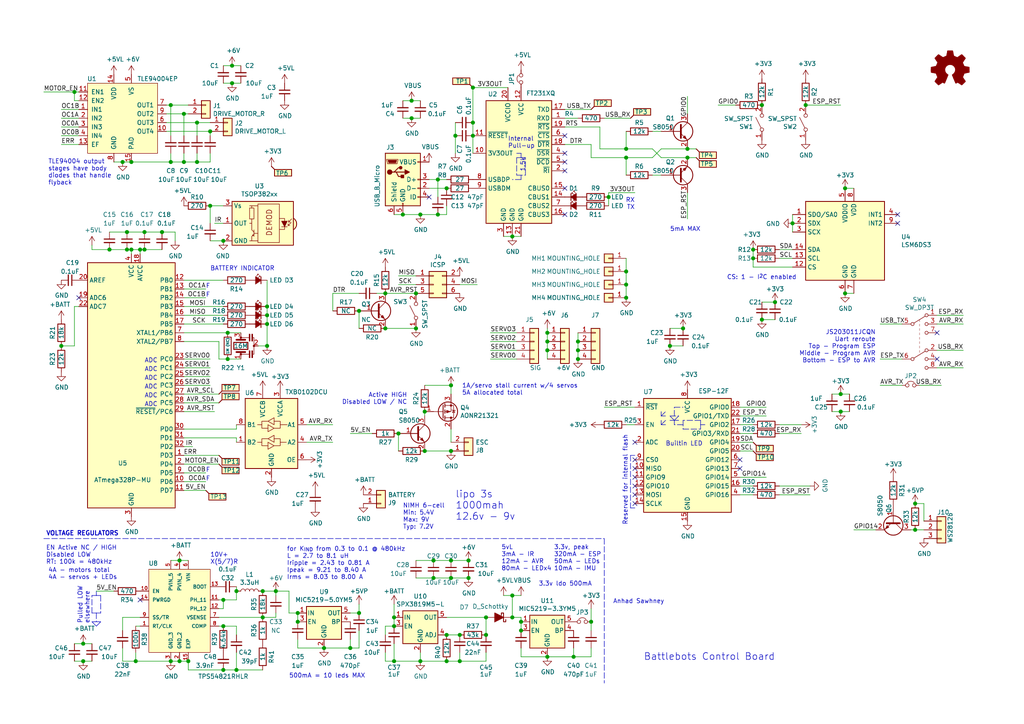
<source format=kicad_sch>
(kicad_sch (version 20210126) (generator eeschema)
  (paper "A4")
  (junction (at 17.78 100.33) (diameter 1.016))
  (junction (at 21.59 26.67) (diameter 1.016))
  (junction (at 24.13 186.69) (diameter 1.016))
  (junction (at 24.13 191.77) (diameter 1.016))
  (junction (at 31.75 72.39) (diameter 1.016))
  (junction (at 35.56 46.99) (diameter 1.016))
  (junction (at 36.83 67.31) (diameter 1.016))
  (junction (at 36.83 72.39) (diameter 1.016))
  (junction (at 38.1 46.99) (diameter 1.016))
  (junction (at 38.1 72.39) (diameter 1.016))
  (junction (at 39.37 191.77) (diameter 1.016))
  (junction (at 40.64 72.39) (diameter 1.016))
  (junction (at 41.91 67.31) (diameter 1.016))
  (junction (at 41.91 72.39) (diameter 1.016))
  (junction (at 46.99 67.31) (diameter 1.016))
  (junction (at 49.53 30.48) (diameter 1.016))
  (junction (at 49.53 46.99) (diameter 1.016))
  (junction (at 49.53 191.77) (diameter 1.016))
  (junction (at 52.07 162.56) (diameter 1.016))
  (junction (at 52.07 191.77) (diameter 1.016))
  (junction (at 53.34 33.02) (diameter 1.016))
  (junction (at 53.34 46.99) (diameter 1.016))
  (junction (at 54.61 191.77) (diameter 1.016))
  (junction (at 57.15 35.56) (diameter 1.016))
  (junction (at 57.15 46.99) (diameter 1.016))
  (junction (at 60.96 38.1) (diameter 1.016))
  (junction (at 60.96 59.69) (diameter 1.016))
  (junction (at 64.77 69.85) (diameter 1.016))
  (junction (at 64.77 173.99) (diameter 1.016))
  (junction (at 64.77 181.61) (diameter 1.016))
  (junction (at 64.77 194.31) (diameter 1.016))
  (junction (at 66.04 96.52) (diameter 1.016))
  (junction (at 66.04 104.14) (diameter 1.016))
  (junction (at 67.31 19.05) (diameter 1.016))
  (junction (at 67.31 24.13) (diameter 1.016))
  (junction (at 68.58 171.45) (diameter 1.016))
  (junction (at 68.58 194.31) (diameter 1.016))
  (junction (at 76.2 171.45) (diameter 1.016))
  (junction (at 76.2 179.07) (diameter 1.016))
  (junction (at 77.47 88.9) (diameter 1.016))
  (junction (at 77.47 91.44) (diameter 1.016))
  (junction (at 77.47 93.98) (diameter 1.016))
  (junction (at 77.47 100.33) (diameter 1.016))
  (junction (at 80.01 171.45) (diameter 1.016))
  (junction (at 86.36 177.8) (diameter 1.016))
  (junction (at 86.36 180.34) (diameter 1.016))
  (junction (at 93.98 187.96) (diameter 1.016))
  (junction (at 101.6 187.96) (diameter 1.016))
  (junction (at 104.14 90.17) (diameter 1.016))
  (junction (at 104.14 177.8) (diameter 1.016))
  (junction (at 111.76 85.09) (diameter 1.016))
  (junction (at 111.76 95.25) (diameter 1.016))
  (junction (at 114.3 179.07) (diameter 1.016))
  (junction (at 114.3 181.61) (diameter 1.016))
  (junction (at 114.3 191.77) (diameter 1.016))
  (junction (at 115.57 125.73) (diameter 1.016))
  (junction (at 116.84 62.23) (diameter 1.016))
  (junction (at 119.38 29.21) (diameter 1.016))
  (junction (at 119.38 34.29) (diameter 1.016))
  (junction (at 120.65 85.09) (diameter 1.016))
  (junction (at 120.65 95.25) (diameter 1.016))
  (junction (at 121.92 62.23) (diameter 1.016))
  (junction (at 121.92 191.77) (diameter 1.016))
  (junction (at 123.19 119.38) (diameter 1.016))
  (junction (at 123.19 130.81) (diameter 1.016))
  (junction (at 125.73 162.56) (diameter 1.016))
  (junction (at 125.73 167.64) (diameter 1.016))
  (junction (at 127 52.07) (diameter 1.016))
  (junction (at 127 62.23) (diameter 1.016))
  (junction (at 129.54 54.61) (diameter 1.016))
  (junction (at 129.54 184.15) (diameter 1.016))
  (junction (at 129.54 191.77) (diameter 1.016))
  (junction (at 130.81 111.76) (diameter 1.016))
  (junction (at 130.81 130.81) (diameter 1.016))
  (junction (at 130.81 162.56) (diameter 1.016))
  (junction (at 130.81 167.64) (diameter 1.016))
  (junction (at 132.08 39.37) (diameter 1.016))
  (junction (at 133.35 184.15) (diameter 1.016))
  (junction (at 133.35 191.77) (diameter 1.016))
  (junction (at 135.89 162.56) (diameter 1.016))
  (junction (at 135.89 167.64) (diameter 1.016))
  (junction (at 137.16 25.4) (diameter 1.016))
  (junction (at 137.16 35.56) (diameter 1.016))
  (junction (at 137.16 39.37) (diameter 1.016))
  (junction (at 140.97 179.07) (diameter 1.016))
  (junction (at 140.97 184.15) (diameter 1.016))
  (junction (at 148.59 68.58) (diameter 1.016))
  (junction (at 148.59 172.72) (diameter 1.016))
  (junction (at 148.59 179.07) (diameter 1.016))
  (junction (at 151.13 180.34) (diameter 1.016))
  (junction (at 151.13 182.88) (diameter 1.016))
  (junction (at 158.75 96.52) (diameter 1.016))
  (junction (at 158.75 99.06) (diameter 1.016))
  (junction (at 158.75 101.6) (diameter 1.016))
  (junction (at 158.75 190.5) (diameter 1.016))
  (junction (at 166.37 190.5) (diameter 1.016))
  (junction (at 167.64 99.06) (diameter 1.016))
  (junction (at 167.64 101.6) (diameter 1.016))
  (junction (at 167.64 104.14) (diameter 1.016))
  (junction (at 171.45 180.34) (diameter 1.016))
  (junction (at 176.53 57.15) (diameter 1.016))
  (junction (at 181.61 43.18) (diameter 1.016))
  (junction (at 181.61 45.72) (diameter 1.016))
  (junction (at 181.61 78.74) (diameter 1.016))
  (junction (at 181.61 82.55) (diameter 1.016))
  (junction (at 181.61 86.36) (diameter 1.016))
  (junction (at 194.31 100.33) (diameter 1.016))
  (junction (at 198.12 95.25) (diameter 1.016))
  (junction (at 199.39 43.18) (diameter 1.016))
  (junction (at 199.39 45.72) (diameter 1.016))
  (junction (at 218.44 72.39) (diameter 1.016))
  (junction (at 218.44 74.93) (diameter 1.016))
  (junction (at 220.98 30.48) (diameter 1.016))
  (junction (at 220.98 92.71) (diameter 1.016))
  (junction (at 224.79 87.63) (diameter 1.016))
  (junction (at 229.87 64.77) (diameter 1.016))
  (junction (at 233.68 30.48) (diameter 1.016))
  (junction (at 243.84 114.3) (diameter 1.016))
  (junction (at 243.84 119.38) (diameter 1.016))
  (junction (at 245.11 54.61) (diameter 1.016))
  (junction (at 245.11 85.09) (diameter 1.016))
  (junction (at 265.43 146.05) (diameter 1.016))
  (junction (at 265.43 153.67) (diameter 1.016))
  (no_connect (at 22.86 86.36))
  (no_connect (at 40.64 173.99))
  (no_connect (at 124.46 57.15))
  (no_connect (at 163.83 39.37))
  (no_connect (at 163.83 44.45))
  (no_connect (at 163.83 46.99))
  (no_connect (at 163.83 49.53))
  (no_connect (at 163.83 54.61))
  (no_connect (at 163.83 62.23))
  (no_connect (at 184.15 128.27))
  (no_connect (at 184.15 133.35))
  (no_connect (at 184.15 135.89))
  (no_connect (at 184.15 138.43))
  (no_connect (at 184.15 140.97))
  (no_connect (at 184.15 143.51))
  (no_connect (at 184.15 146.05))
  (no_connect (at 214.63 133.35))
  (no_connect (at 214.63 135.89))
  (no_connect (at 260.35 62.23))
  (no_connect (at 260.35 64.77))
  (no_connect (at 271.78 96.52))
  (no_connect (at 271.78 104.14))
  (wire (pts (xy 12.7 26.67) (xy 21.59 26.67)))
  (wire (pts (xy 17.78 31.75) (xy 22.86 31.75)))
  (wire (pts (xy 17.78 36.83) (xy 22.86 36.83)))
  (wire (pts (xy 17.78 41.91) (xy 22.86 41.91)))
  (wire (pts (xy 17.78 100.33) (xy 21.59 100.33)))
  (wire (pts (xy 21.59 26.67) (xy 22.86 26.67)))
  (wire (pts (xy 21.59 29.21) (xy 21.59 26.67)))
  (wire (pts (xy 21.59 88.9) (xy 21.59 100.33)))
  (wire (pts (xy 21.59 186.69) (xy 24.13 186.69)))
  (wire (pts (xy 22.86 29.21) (xy 21.59 29.21)))
  (wire (pts (xy 22.86 34.29) (xy 17.78 34.29)))
  (wire (pts (xy 22.86 39.37) (xy 17.78 39.37)))
  (wire (pts (xy 22.86 88.9) (xy 21.59 88.9)))
  (wire (pts (xy 24.13 186.69) (xy 26.67 186.69)))
  (wire (pts (xy 24.13 191.77) (xy 21.59 191.77)))
  (wire (pts (xy 26.67 71.12) (xy 26.67 72.39)))
  (wire (pts (xy 26.67 72.39) (xy 31.75 72.39)))
  (wire (pts (xy 26.67 191.77) (xy 24.13 191.77)))
  (wire (pts (xy 27.94 171.45) (xy 33.02 171.45)))
  (wire (pts (xy 31.75 67.31) (xy 36.83 67.31)))
  (wire (pts (xy 31.75 72.39) (xy 36.83 72.39)))
  (wire (pts (xy 33.02 46.99) (xy 35.56 46.99)))
  (wire (pts (xy 35.56 46.99) (xy 38.1 46.99)))
  (wire (pts (xy 35.56 179.07) (xy 35.56 182.88)))
  (wire (pts (xy 35.56 187.96) (xy 35.56 191.77)))
  (wire (pts (xy 35.56 191.77) (xy 39.37 191.77)))
  (wire (pts (xy 36.83 67.31) (xy 41.91 67.31)))
  (wire (pts (xy 36.83 72.39) (xy 38.1 72.39)))
  (wire (pts (xy 38.1 46.99) (xy 49.53 46.99)))
  (wire (pts (xy 38.1 72.39) (xy 38.1 73.66)))
  (wire (pts (xy 38.1 72.39) (xy 40.64 72.39)))
  (wire (pts (xy 39.37 181.61) (xy 40.64 181.61)))
  (wire (pts (xy 39.37 191.77) (xy 39.37 189.23)))
  (wire (pts (xy 40.64 72.39) (xy 41.91 72.39)))
  (wire (pts (xy 40.64 73.66) (xy 40.64 72.39)))
  (wire (pts (xy 40.64 179.07) (xy 35.56 179.07)))
  (wire (pts (xy 41.91 72.39) (xy 46.99 72.39)))
  (wire (pts (xy 46.99 67.31) (xy 41.91 67.31)))
  (wire (pts (xy 48.26 30.48) (xy 49.53 30.48)))
  (wire (pts (xy 48.26 38.1) (xy 60.96 38.1)))
  (wire (pts (xy 49.53 39.37) (xy 49.53 30.48)))
  (wire (pts (xy 49.53 44.45) (xy 49.53 46.99)))
  (wire (pts (xy 49.53 46.99) (xy 53.34 46.99)))
  (wire (pts (xy 49.53 162.56) (xy 52.07 162.56)))
  (wire (pts (xy 49.53 191.77) (xy 39.37 191.77)))
  (wire (pts (xy 49.53 191.77) (xy 52.07 191.77)))
  (wire (pts (xy 50.8 67.31) (xy 46.99 67.31)))
  (wire (pts (xy 50.8 69.85) (xy 50.8 67.31)))
  (wire (pts (xy 52.07 191.77) (xy 54.61 191.77)))
  (wire (pts (xy 53.34 33.02) (xy 48.26 33.02)))
  (wire (pts (xy 53.34 39.37) (xy 53.34 33.02)))
  (wire (pts (xy 53.34 44.45) (xy 53.34 46.99)))
  (wire (pts (xy 53.34 46.99) (xy 57.15 46.99)))
  (wire (pts (xy 53.34 81.28) (xy 64.77 81.28)))
  (wire (pts (xy 53.34 86.36) (xy 59.69 86.36)))
  (wire (pts (xy 53.34 88.9) (xy 64.77 88.9)))
  (wire (pts (xy 53.34 91.44) (xy 64.77 91.44)))
  (wire (pts (xy 53.34 93.98) (xy 64.77 93.98)))
  (wire (pts (xy 53.34 96.52) (xy 66.04 96.52)))
  (wire (pts (xy 53.34 104.14) (xy 60.96 104.14)))
  (wire (pts (xy 53.34 109.22) (xy 60.96 109.22)))
  (wire (pts (xy 53.34 114.3) (xy 63.5 114.3)))
  (wire (pts (xy 53.34 116.84) (xy 63.5 116.84)))
  (wire (pts (xy 53.34 119.38) (xy 62.23 119.38)))
  (wire (pts (xy 53.34 124.46) (xy 68.58 124.46)))
  (wire (pts (xy 53.34 127) (xy 68.58 127)))
  (wire (pts (xy 53.34 129.54) (xy 55.88 129.54)))
  (wire (pts (xy 53.34 132.08) (xy 63.5 132.08)))
  (wire (pts (xy 53.34 134.62) (xy 63.5 134.62)))
  (wire (pts (xy 53.34 142.24) (xy 59.69 142.24)))
  (wire (pts (xy 54.61 30.48) (xy 49.53 30.48)))
  (wire (pts (xy 54.61 33.02) (xy 53.34 33.02)))
  (wire (pts (xy 54.61 162.56) (xy 52.07 162.56)))
  (wire (pts (xy 54.61 194.31) (xy 54.61 191.77)))
  (wire (pts (xy 54.61 194.31) (xy 64.77 194.31)))
  (wire (pts (xy 57.15 35.56) (xy 48.26 35.56)))
  (wire (pts (xy 57.15 35.56) (xy 60.96 35.56)))
  (wire (pts (xy 57.15 39.37) (xy 57.15 35.56)))
  (wire (pts (xy 57.15 44.45) (xy 57.15 46.99)))
  (wire (pts (xy 57.15 46.99) (xy 60.96 46.99)))
  (wire (pts (xy 59.69 83.82) (xy 53.34 83.82)))
  (wire (pts (xy 59.69 137.16) (xy 53.34 137.16)))
  (wire (pts (xy 59.69 139.7) (xy 53.34 139.7)))
  (wire (pts (xy 60.96 39.37) (xy 60.96 38.1)))
  (wire (pts (xy 60.96 46.99) (xy 60.96 44.45)))
  (wire (pts (xy 60.96 59.69) (xy 64.77 59.69)))
  (wire (pts (xy 60.96 64.77) (xy 60.96 59.69)))
  (wire (pts (xy 60.96 69.85) (xy 64.77 69.85)))
  (wire (pts (xy 60.96 106.68) (xy 53.34 106.68)))
  (wire (pts (xy 60.96 111.76) (xy 53.34 111.76)))
  (wire (pts (xy 62.23 64.77) (xy 64.77 64.77)))
  (wire (pts (xy 63.5 99.06) (xy 53.34 99.06)))
  (wire (pts (xy 63.5 99.06) (xy 63.5 104.14)))
  (wire (pts (xy 63.5 104.14) (xy 66.04 104.14)))
  (wire (pts (xy 63.5 176.53) (xy 64.77 176.53)))
  (wire (pts (xy 63.5 179.07) (xy 76.2 179.07)))
  (wire (pts (xy 63.5 181.61) (xy 64.77 181.61)))
  (wire (pts (xy 64.77 19.05) (xy 67.31 19.05)))
  (wire (pts (xy 64.77 173.99) (xy 63.5 173.99)))
  (wire (pts (xy 64.77 176.53) (xy 64.77 173.99)))
  (wire (pts (xy 64.77 181.61) (xy 68.58 181.61)))
  (wire (pts (xy 64.77 194.31) (xy 68.58 194.31)))
  (wire (pts (xy 66.04 96.52) (xy 69.85 96.52)))
  (wire (pts (xy 67.31 19.05) (xy 69.85 19.05)))
  (wire (pts (xy 67.31 24.13) (xy 64.77 24.13)))
  (wire (pts (xy 67.31 24.13) (xy 69.85 24.13)))
  (wire (pts (xy 68.58 123.19) (xy 68.58 124.46)))
  (wire (pts (xy 68.58 127) (xy 68.58 128.27)))
  (wire (pts (xy 68.58 170.18) (xy 68.58 171.45)))
  (wire (pts (xy 68.58 171.45) (xy 68.58 173.99)))
  (wire (pts (xy 68.58 173.99) (xy 64.77 173.99)))
  (wire (pts (xy 68.58 184.15) (xy 68.58 181.61)))
  (wire (pts (xy 68.58 189.23) (xy 68.58 194.31)))
  (wire (pts (xy 68.58 194.31) (xy 76.2 194.31)))
  (wire (pts (xy 69.85 104.14) (xy 66.04 104.14)))
  (wire (pts (xy 74.93 100.33) (xy 77.47 100.33)))
  (wire (pts (xy 76.2 171.45) (xy 80.01 171.45)))
  (wire (pts (xy 76.2 179.07) (xy 80.01 179.07)))
  (wire (pts (xy 77.47 81.28) (xy 77.47 88.9)))
  (wire (pts (xy 77.47 88.9) (xy 77.47 91.44)))
  (wire (pts (xy 77.47 91.44) (xy 77.47 93.98)))
  (wire (pts (xy 77.47 100.33) (xy 77.47 93.98)))
  (wire (pts (xy 80.01 171.45) (xy 83.82 171.45)))
  (wire (pts (xy 80.01 172.72) (xy 80.01 171.45)))
  (wire (pts (xy 80.01 179.07) (xy 80.01 177.8)))
  (wire (pts (xy 83.82 171.45) (xy 83.82 177.8)))
  (wire (pts (xy 83.82 177.8) (xy 86.36 177.8)))
  (wire (pts (xy 86.36 180.34) (xy 86.36 177.8)))
  (wire (pts (xy 86.36 185.42) (xy 86.36 187.96)))
  (wire (pts (xy 86.36 187.96) (xy 93.98 187.96)))
  (wire (pts (xy 88.9 123.19) (xy 96.52 123.19)))
  (wire (pts (xy 88.9 128.27) (xy 96.52 128.27)))
  (wire (pts (xy 93.98 187.96) (xy 101.6 187.96)))
  (wire (pts (xy 96.52 85.09) (xy 96.52 90.17)))
  (wire (pts (xy 101.6 125.73) (xy 107.95 125.73)))
  (wire (pts (xy 101.6 187.96) (xy 101.6 185.42)))
  (wire (pts (xy 101.6 187.96) (xy 104.14 187.96)))
  (wire (pts (xy 104.14 85.09) (xy 96.52 85.09)))
  (wire (pts (xy 104.14 95.25) (xy 104.14 90.17)))
  (wire (pts (xy 104.14 177.8) (xy 101.6 177.8)))
  (wire (pts (xy 104.14 177.8) (xy 104.14 175.26)))
  (wire (pts (xy 104.14 182.88) (xy 104.14 187.96)))
  (wire (pts (xy 109.22 85.09) (xy 111.76 85.09)))
  (wire (pts (xy 111.76 85.09) (xy 120.65 85.09)))
  (wire (pts (xy 111.76 95.25) (xy 120.65 95.25)))
  (wire (pts (xy 111.76 181.61) (xy 114.3 181.61)))
  (wire (pts (xy 111.76 184.15) (xy 111.76 181.61)))
  (wire (pts (xy 111.76 191.77) (xy 111.76 189.23)))
  (wire (pts (xy 114.3 62.23) (xy 116.84 62.23)))
  (wire (pts (xy 114.3 175.26) (xy 114.3 179.07)))
  (wire (pts (xy 114.3 179.07) (xy 114.3 181.61)))
  (wire (pts (xy 114.3 186.69) (xy 114.3 191.77)))
  (wire (pts (xy 114.3 191.77) (xy 111.76 191.77)))
  (wire (pts (xy 115.57 80.01) (xy 120.65 80.01)))
  (wire (pts (xy 115.57 82.55) (xy 120.65 82.55)))
  (wire (pts (xy 115.57 130.81) (xy 115.57 125.73)))
  (wire (pts (xy 116.84 29.21) (xy 119.38 29.21)))
  (wire (pts (xy 116.84 34.29) (xy 119.38 34.29)))
  (wire (pts (xy 119.38 29.21) (xy 121.92 29.21)))
  (wire (pts (xy 119.38 34.29) (xy 121.92 34.29)))
  (wire (pts (xy 120.65 167.64) (xy 125.73 167.64)))
  (wire (pts (xy 121.92 62.23) (xy 116.84 62.23)))
  (wire (pts (xy 121.92 62.23) (xy 127 62.23)))
  (wire (pts (xy 121.92 189.23) (xy 121.92 191.77)))
  (wire (pts (xy 121.92 191.77) (xy 114.3 191.77)))
  (wire (pts (xy 121.92 191.77) (xy 129.54 191.77)))
  (wire (pts (xy 123.19 111.76) (xy 130.81 111.76)))
  (wire (pts (xy 123.19 119.38) (xy 123.19 120.65)))
  (wire (pts (xy 123.19 130.81) (xy 130.81 130.81)))
  (wire (pts (xy 124.46 52.07) (xy 127 52.07)))
  (wire (pts (xy 124.46 54.61) (xy 129.54 54.61)))
  (wire (pts (xy 125.73 162.56) (xy 120.65 162.56)))
  (wire (pts (xy 125.73 162.56) (xy 130.81 162.56)))
  (wire (pts (xy 125.73 167.64) (xy 130.81 167.64)))
  (wire (pts (xy 127 52.07) (xy 127 57.15)))
  (wire (pts (xy 127 62.23) (xy 129.54 62.23)))
  (wire (pts (xy 129.54 52.07) (xy 127 52.07)))
  (wire (pts (xy 129.54 59.69) (xy 129.54 62.23)))
  (wire (pts (xy 129.54 179.07) (xy 140.97 179.07)))
  (wire (pts (xy 129.54 191.77) (xy 133.35 191.77)))
  (wire (pts (xy 130.81 111.76) (xy 130.81 114.3)))
  (wire (pts (xy 130.81 124.46) (xy 130.81 128.27)))
  (wire (pts (xy 130.81 162.56) (xy 135.89 162.56)))
  (wire (pts (xy 130.81 167.64) (xy 135.89 167.64)))
  (wire (pts (xy 132.08 35.56) (xy 132.08 39.37)))
  (wire (pts (xy 132.08 39.37) (xy 132.08 44.45)))
  (wire (pts (xy 133.35 184.15) (xy 129.54 184.15)))
  (wire (pts (xy 133.35 189.23) (xy 133.35 191.77)))
  (wire (pts (xy 133.35 191.77) (xy 140.97 191.77)))
  (wire (pts (xy 137.16 25.4) (xy 137.16 35.56)))
  (wire (pts (xy 137.16 25.4) (xy 147.32 25.4)))
  (wire (pts (xy 137.16 39.37) (xy 137.16 35.56)))
  (wire (pts (xy 137.16 39.37) (xy 137.16 44.45)))
  (wire (pts (xy 138.43 82.55) (xy 133.35 82.55)))
  (wire (pts (xy 140.97 179.07) (xy 140.97 184.15)))
  (wire (pts (xy 140.97 191.77) (xy 140.97 189.23)))
  (wire (pts (xy 142.24 96.52) (xy 149.86 96.52)))
  (wire (pts (xy 142.24 99.06) (xy 149.86 99.06)))
  (wire (pts (xy 142.24 101.6) (xy 149.86 101.6)))
  (wire (pts (xy 142.24 104.14) (xy 149.86 104.14)))
  (wire (pts (xy 146.05 68.58) (xy 148.59 68.58)))
  (wire (pts (xy 148.59 68.58) (xy 151.13 68.58)))
  (wire (pts (xy 148.59 172.72) (xy 146.05 172.72)))
  (wire (pts (xy 148.59 172.72) (xy 151.13 172.72)))
  (wire (pts (xy 148.59 179.07) (xy 148.59 172.72)))
  (wire (pts (xy 151.13 179.07) (xy 148.59 179.07)))
  (wire (pts (xy 151.13 180.34) (xy 151.13 179.07)))
  (wire (pts (xy 151.13 182.88) (xy 151.13 180.34)))
  (wire (pts (xy 151.13 187.96) (xy 151.13 190.5)))
  (wire (pts (xy 151.13 190.5) (xy 158.75 190.5)))
  (wire (pts (xy 158.75 95.25) (xy 158.75 96.52)))
  (wire (pts (xy 158.75 96.52) (xy 158.75 99.06)))
  (wire (pts (xy 158.75 99.06) (xy 158.75 101.6)))
  (wire (pts (xy 158.75 101.6) (xy 158.75 104.14)))
  (wire (pts (xy 158.75 190.5) (xy 166.37 190.5)))
  (wire (pts (xy 163.83 31.75) (xy 171.45 31.75)))
  (wire (pts (xy 163.83 34.29) (xy 167.64 34.29)))
  (wire (pts (xy 163.83 41.91) (xy 171.45 41.91)))
  (wire (pts (xy 166.37 190.5) (xy 166.37 187.96)))
  (wire (pts (xy 166.37 190.5) (xy 171.45 190.5)))
  (wire (pts (xy 167.64 96.52) (xy 167.64 99.06)))
  (wire (pts (xy 167.64 99.06) (xy 167.64 101.6)))
  (wire (pts (xy 167.64 101.6) (xy 167.64 104.14)))
  (wire (pts (xy 171.45 41.91) (xy 171.45 45.72)))
  (wire (pts (xy 171.45 45.72) (xy 181.61 45.72)))
  (wire (pts (xy 171.45 180.34) (xy 171.45 176.53)))
  (wire (pts (xy 171.45 182.88) (xy 171.45 180.34)))
  (wire (pts (xy 171.45 190.5) (xy 171.45 187.96)))
  (wire (pts (xy 173.99 36.83) (xy 163.83 36.83)))
  (wire (pts (xy 173.99 43.18) (xy 173.99 36.83)))
  (wire (pts (xy 175.26 34.29) (xy 182.88 34.29)))
  (wire (pts (xy 175.26 118.11) (xy 184.15 118.11)))
  (wire (pts (xy 176.53 55.88) (xy 176.53 57.15)))
  (wire (pts (xy 176.53 57.15) (xy 176.53 59.69)))
  (wire (pts (xy 181.61 38.1) (xy 181.61 43.18)))
  (wire (pts (xy 181.61 43.18) (xy 173.99 43.18)))
  (wire (pts (xy 181.61 45.72) (xy 181.61 50.8)))
  (wire (pts (xy 181.61 74.93) (xy 181.61 78.74)))
  (wire (pts (xy 181.61 78.74) (xy 181.61 82.55)))
  (wire (pts (xy 181.61 82.55) (xy 181.61 86.36)))
  (wire (pts (xy 181.61 123.19) (xy 184.15 123.19)))
  (wire (pts (xy 184.15 55.88) (xy 176.53 55.88)))
  (wire (pts (xy 189.23 38.1) (xy 191.77 38.1)))
  (wire (pts (xy 189.23 43.18) (xy 181.61 43.18)))
  (wire (pts (xy 189.23 45.72) (xy 181.61 45.72)))
  (wire (pts (xy 191.77 43.18) (xy 189.23 45.72)))
  (wire (pts (xy 191.77 45.72) (xy 189.23 43.18)))
  (wire (pts (xy 191.77 50.8) (xy 189.23 50.8)))
  (wire (pts (xy 194.31 95.25) (xy 198.12 95.25)))
  (wire (pts (xy 194.31 100.33) (xy 198.12 100.33)))
  (wire (pts (xy 199.39 27.94) (xy 199.39 33.02)))
  (wire (pts (xy 199.39 43.18) (xy 191.77 43.18)))
  (wire (pts (xy 199.39 43.18) (xy 201.93 43.18)))
  (wire (pts (xy 199.39 45.72) (xy 191.77 45.72)))
  (wire (pts (xy 199.39 45.72) (xy 201.93 45.72)))
  (wire (pts (xy 199.39 55.88) (xy 199.39 63.5)))
  (wire (pts (xy 208.28 30.48) (xy 213.36 30.48)))
  (wire (pts (xy 214.63 118.11) (xy 222.25 118.11)))
  (wire (pts (xy 214.63 120.65) (xy 222.25 120.65)))
  (wire (pts (xy 214.63 123.19) (xy 218.44 123.19)))
  (wire (pts (xy 214.63 125.73) (xy 218.44 125.73)))
  (wire (pts (xy 214.63 128.27) (xy 218.44 128.27)))
  (wire (pts (xy 214.63 130.81) (xy 218.44 130.81)))
  (wire (pts (xy 214.63 138.43) (xy 222.25 138.43)))
  (wire (pts (xy 214.63 140.97) (xy 218.44 140.97)))
  (wire (pts (xy 214.63 143.51) (xy 218.44 143.51)))
  (wire (pts (xy 218.44 72.39) (xy 218.44 74.93)))
  (wire (pts (xy 218.44 74.93) (xy 218.44 77.47)))
  (wire (pts (xy 218.44 77.47) (xy 229.87 77.47)))
  (wire (pts (xy 220.98 87.63) (xy 224.79 87.63)))
  (wire (pts (xy 220.98 92.71) (xy 224.79 92.71)))
  (wire (pts (xy 226.06 72.39) (xy 229.87 72.39)))
  (wire (pts (xy 226.06 74.93) (xy 229.87 74.93)))
  (wire (pts (xy 226.06 123.19) (xy 232.41 123.19)))
  (wire (pts (xy 226.06 125.73) (xy 232.41 125.73)))
  (wire (pts (xy 226.06 140.97) (xy 234.95 140.97)))
  (wire (pts (xy 229.87 62.23) (xy 229.87 64.77)))
  (wire (pts (xy 229.87 64.77) (xy 229.87 67.31)))
  (wire (pts (xy 233.68 30.48) (xy 243.84 30.48)))
  (wire (pts (xy 234.95 143.51) (xy 226.06 143.51)))
  (wire (pts (xy 241.3 114.3) (xy 243.84 114.3)))
  (wire (pts (xy 241.3 119.38) (xy 243.84 119.38)))
  (wire (pts (xy 243.84 114.3) (xy 246.38 114.3)))
  (wire (pts (xy 243.84 119.38) (xy 246.38 119.38)))
  (wire (pts (xy 245.11 54.61) (xy 247.65 54.61)))
  (wire (pts (xy 245.11 85.09) (xy 247.65 85.09)))
  (wire (pts (xy 247.65 153.67) (xy 254 153.67)))
  (wire (pts (xy 255.27 93.98) (xy 261.62 93.98)))
  (wire (pts (xy 255.27 104.14) (xy 261.62 104.14)))
  (wire (pts (xy 255.27 111.76) (xy 261.62 111.76)))
  (wire (pts (xy 264.16 153.67) (xy 265.43 153.67)))
  (wire (pts (xy 265.43 153.67) (xy 267.97 153.67)))
  (wire (pts (xy 266.7 111.76) (xy 273.05 111.76)))
  (wire (pts (xy 267.97 146.05) (xy 265.43 146.05)))
  (wire (pts (xy 267.97 151.13) (xy 267.97 146.05)))
  (wire (pts (xy 271.78 91.44) (xy 279.4 91.44)))
  (wire (pts (xy 271.78 93.98) (xy 279.4 93.98)))
  (wire (pts (xy 271.78 101.6) (xy 279.4 101.6)))
  (wire (pts (xy 271.78 106.68) (xy 279.4 106.68)))
  (polyline (pts (xy 12.7 156.21) (xy 175.26 156.21)) (stroke (width 0) (type dash)))
  (polyline (pts (xy 26.67 172.72) (xy 27.94 172.72)) (stroke (width 0) (type dash)))
  (polyline (pts (xy 26.67 177.8) (xy 26.67 172.72)) (stroke (width 0) (type dash)))
  (polyline (pts (xy 26.67 180.34) (xy 27.94 180.34)) (stroke (width 0) (type dash)))
  (polyline (pts (xy 27.94 171.45) (xy 27.94 172.72)) (stroke (width 0) (type dash)))
  (polyline (pts (xy 27.94 172.72) (xy 29.21 172.72)) (stroke (width 0) (type dash)))
  (polyline (pts (xy 27.94 177.8) (xy 26.67 177.8)) (stroke (width 0) (type dash)))
  (polyline (pts (xy 27.94 177.8) (xy 27.94 180.34)) (stroke (width 0) (type dash)))
  (polyline (pts (xy 27.94 180.34) (xy 29.21 180.34)) (stroke (width 0) (type dash)))
  (polyline (pts (xy 27.94 181.61) (xy 26.67 180.34)) (stroke (width 0) (type dash)))
  (polyline (pts (xy 29.21 172.72) (xy 29.21 177.8)) (stroke (width 0) (type dash)))
  (polyline (pts (xy 29.21 177.8) (xy 27.94 177.8)) (stroke (width 0) (type dash)))
  (polyline (pts (xy 29.21 180.34) (xy 27.94 181.61)) (stroke (width 0) (type dash)))
  (polyline (pts (xy 149.86 44.45) (xy 151.13 44.45)) (stroke (width 0) (type dash)))
  (polyline (pts (xy 149.86 45.72) (xy 149.86 50.8)) (stroke (width 0) (type dash)))
  (polyline (pts (xy 149.86 50.8) (xy 152.4 50.8)) (stroke (width 0) (type dash)))
  (polyline (pts (xy 151.13 44.45) (xy 151.13 45.72)) (stroke (width 0) (type dash)))
  (polyline (pts (xy 151.13 45.72) (xy 149.86 45.72)) (stroke (width 0) (type dash)))
  (polyline (pts (xy 151.13 50.8) (xy 151.13 52.07)) (stroke (width 0) (type dash)))
  (polyline (pts (xy 151.13 52.07) (xy 148.59 52.07)) (stroke (width 0) (type dash)))
  (polyline (pts (xy 152.4 45.72) (xy 151.13 45.72)) (stroke (width 0) (type dash)))
  (polyline (pts (xy 152.4 50.8) (xy 152.4 45.72)) (stroke (width 0) (type dash)))
  (polyline (pts (xy 175.26 156.21) (xy 175.26 198.12)) (stroke (width 0) (type dash)))
  (polyline (pts (xy 182.88 132.08) (xy 182.88 147.32)) (stroke (width 0) (type dash)))
  (polyline (pts (xy 182.88 147.32) (xy 184.15 147.32)) (stroke (width 0) (type dash)))
  (polyline (pts (xy 184.15 132.08) (xy 182.88 132.08)) (stroke (width 0) (type dash)))
  (polyline (pts (xy 191.77 120.65) (xy 191.77 119.38)) (stroke (width 0) (type dash)))
  (polyline (pts (xy 191.77 120.65) (xy 193.04 119.38)) (stroke (width 0) (type dash)))
  (polyline (pts (xy 191.77 123.19) (xy 191.77 121.92)) (stroke (width 0) (type dash)))
  (polyline (pts (xy 191.77 123.19) (xy 193.04 123.19)) (stroke (width 0) (type dash)))
  (polyline (pts (xy 193.04 120.65) (xy 191.77 120.65)) (stroke (width 0) (type dash)))
  (polyline (pts (xy 193.04 121.92) (xy 191.77 123.19)) (stroke (width 0) (type dash)))
  (polyline (pts (xy 194.31 120.65) (xy 196.85 120.65)) (stroke (width 0) (type dash)))
  (polyline (pts (xy 194.31 121.92) (xy 195.58 121.92)) (stroke (width 0) (type dash)))
  (polyline (pts (xy 195.58 118.11) (xy 198.12 118.11)) (stroke (width 0) (type dash)))
  (polyline (pts (xy 195.58 120.65) (xy 195.58 118.11)) (stroke (width 0) (type dash)))
  (polyline (pts (xy 195.58 121.92) (xy 194.31 120.65)) (stroke (width 0) (type dash)))
  (polyline (pts (xy 195.58 121.92) (xy 196.85 121.92)) (stroke (width 0) (type dash)))
  (polyline (pts (xy 195.58 123.19) (xy 195.58 121.92)) (stroke (width 0) (type dash)))
  (polyline (pts (xy 196.85 120.65) (xy 195.58 121.92)) (stroke (width 0) (type dash)))
  (polyline (pts (xy 198.12 121.92) (xy 198.12 124.46)) (stroke (width 0) (type dash)))
  (polyline (pts (xy 198.12 123.19) (xy 195.58 123.19)) (stroke (width 0) (type dash)))
  (polyline (pts (xy 198.12 124.46) (xy 203.2 124.46)) (stroke (width 0) (type dash)))
  (polyline (pts (xy 203.2 121.92) (xy 198.12 121.92)) (stroke (width 0) (type dash)))
  (polyline (pts (xy 203.2 123.19) (xy 203.2 121.92)) (stroke (width 0) (type dash)))
  (polyline (pts (xy 203.2 123.19) (xy 203.2 124.46)) (stroke (width 0) (type dash)))
  (polyline (pts (xy 204.47 123.19) (xy 203.2 123.19)) (stroke (width 0) (type dash)))
  (text "VOLTAGE REGULATORS" (at 13.335 155.575 0) (effects (font (size 1.27 1.27) (thickness 0.254) bold) (justify left bottom)))
  (text "EN Active NC / HIGH\nDisabled LOW\nRT: 100k = 480kHz" (at 13.335 163.83 0) (effects (font (size 1.27 1.27)) (justify left bottom)))
  (text "TLE94004 output \nstages have body \ndiodes that handle \nflyback\n\n" (at 13.97 55.88 0) (effects (font (size 1.27 1.27)) (justify left bottom)))
  (text "4A - motors total\n4A - servos + LEDs" (at 13.97 168.275 0) (effects (font (size 1.27 1.27)) (justify left bottom)))
  (text "Pulled LOW\nelsewhere" (at 26.035 180.975 90) (effects (font (size 1.27 1.27)) (justify left bottom)))
  (text "ADC" (at 41.91 105.41 0) (effects (font (size 1.27 1.27)) (justify left bottom)))
  (text "ADC" (at 41.91 107.95 0) (effects (font (size 1.27 1.27)) (justify left bottom)))
  (text "ADC" (at 41.91 110.49 0) (effects (font (size 1.27 1.27)) (justify left bottom)))
  (text "ADC" (at 41.91 113.03 0) (effects (font (size 1.27 1.27)) (justify left bottom)))
  (text "ADC" (at 41.91 115.57 0) (effects (font (size 1.27 1.27)) (justify left bottom)))
  (text "ADC" (at 41.91 118.11 0) (effects (font (size 1.27 1.27)) (justify left bottom)))
  (text "F" (at 59.69 83.82 0) (effects (font (size 1.27 1.27)) (justify left bottom)))
  (text "F" (at 59.69 86.36 0) (effects (font (size 1.27 1.27)) (justify left bottom)))
  (text "F" (at 59.69 137.16 0) (effects (font (size 1.27 1.27)) (justify left bottom)))
  (text "F" (at 59.69 139.7 0) (effects (font (size 1.27 1.27)) (justify left bottom)))
  (text "BATTERY INDICATOR" (at 60.96 78.74 0) (effects (font (size 1.27 1.27)) (justify left bottom)))
  (text "10V+\nX(5/7)R" (at 60.96 163.83 0) (effects (font (size 1.27 1.27)) (justify left bottom)))
  (text "for K_{IND} from 0.3 to 0.1 @ 480kHz\nL = 2.7 to 8.1 uH\nIripple = 2.43 to 0.81 A\nIpeak = 9.21 to 8.40 A\nIrms = 8.03 to 8.00 A" (at 83.185 168.275 0) (effects (font (size 1.27 1.27)) (justify left bottom)))
  (text "500mA = 10 leds MAX" (at 83.82 196.85 0) (effects (font (size 1.27 1.27)) (justify left bottom)))
  (text "NIMH 6-cell\nMin: 5.4V\nMax: 9V\nTyp: 7.2V" (at 116.84 153.67 0) (effects (font (size 1.27 1.27)) (justify left bottom)))
  (text "Active HIGH\nDisabled LOW / NC" (at 118.11 117.475 180) (effects (font (size 1.27 1.27)) (justify right bottom)))
  (text "lipo 3s\n1000mah\n12.6v - 9v" (at 132.08 151.13 0) (effects (font (size 2.0066 2.0066)) (justify left bottom)))
  (text "1A/servo stall current w/4 servos\n5A allocated total\n\n" (at 133.985 116.84 0) (effects (font (size 1.27 1.27)) (justify left bottom)))
  (text "5vL\n3mA - IR\n12mA - AVR\n80mA - LEDx4" (at 145.415 165.735 0) (effects (font (size 1.27 1.27)) (justify left bottom)))
  (text "Internal\nPull-up\n" (at 147.32 43.18 0) (effects (font (size 1.27 1.27)) (justify left bottom)))
  (text "1.5k" (at 152.4 45.72 270) (effects (font (size 1.27 1.27)) (justify right bottom)))
  (text "3.3v ldo 500mA" (at 156.21 170.18 0) (effects (font (size 1.27 1.27)) (justify left bottom)))
  (text "3.3v, peak\n320mA - ESP\n50mA - LEDs\n10mA - IMU" (at 160.655 165.735 0) (effects (font (size 1.27 1.27)) (justify left bottom)))
  (text "Anhad Sawhney\n" (at 177.8 175.26 0) (effects (font (size 1.27 1.27)) (justify left bottom)))
  (text "RX\nTX" (at 184.15 60.96 180) (effects (font (size 1.27 1.27)) (justify right bottom)))
  (text "Reserved for internal flash\n\n" (at 184.15 152.4 90) (effects (font (size 1.27 1.27)) (justify left bottom)))
  (text "Battlebots Control Board" (at 186.69 191.77 0) (effects (font (size 2.0066 2.0066)) (justify left bottom)))
  (text "Builtin LED\n" (at 193.04 129.54 0) (effects (font (size 1.27 1.27)) (justify left bottom)))
  (text "5mA MAX" (at 194.31 67.31 0) (effects (font (size 1.27 1.27)) (justify left bottom)))
  (text "CS: 1 - I^{2}C enabled" (at 210.82 81.28 0) (effects (font (size 1.27 1.27)) (justify left bottom)))
  (text "JS203011JCQN\nUart reroute\nTop - Program ESP\nMiddle - Program AVR\nBottom - ESP to AVR" (at 254 105.41 0) (effects (font (size 1.27 1.27)) (justify right bottom)))
  (label "MOTOR_EN" (at 12.7 26.67 0))
  (label "OC1B" (at 17.78 31.75 0))
  (label "OC1A" (at 17.78 34.29 0))
  (label "OC0A" (at 17.78 36.83 0))
  (label "OC0B" (at 17.78 39.37 0))
  (label "ERR" (at 17.78 41.91 0))
  (label "5V_EN" (at 27.94 171.45 0))
  (label "IR" (at 55.88 129.54 180))
  (label "ERR" (at 57.15 132.08 180))
  (label "OC1A" (at 59.69 83.82 180))
  (label "OC1B" (at 59.69 86.36 180))
  (label "MOSI" (at 59.69 88.9 180))
  (label "MISO" (at 59.69 91.44 180))
  (label "SCK" (at 59.69 93.98 180))
  (label "OC0B" (at 59.69 137.16 180))
  (label "OC0A" (at 59.69 139.7 180))
  (label "5V_EN" (at 59.69 142.24 180))
  (label "SERVO0" (at 60.96 104.14 180))
  (label "SERVO1" (at 60.96 106.68 180))
  (label "SERVO2" (at 60.96 109.22 180))
  (label "SERVO3" (at 60.96 111.76 180))
  (label "IR" (at 62.23 64.77 0))
  (label "AVR_SCL" (at 62.23 114.3 180))
  (label "AVR_SDA" (at 62.23 116.84 180))
  (label "AVR_RST" (at 62.23 119.38 180))
  (label "MOTOR_EN" (at 63.5 134.62 180))
  (label "DTR" (at 96.52 85.09 0))
  (label "AVR_RX" (at 96.52 123.19 180))
  (label "AVR_TX" (at 96.52 128.27 180))
  (label "5V_EN" (at 101.6 125.73 0))
  (label "AVR_RST" (at 113.03 85.09 0))
  (label "MISO" (at 115.57 80.01 0))
  (label "SCK" (at 115.57 82.55 0))
  (label "3V3OUT" (at 138.43 25.4 0))
  (label "MOSI" (at 138.43 82.55 180))
  (label "SERVO3" (at 142.24 96.52 0))
  (label "SERVO2" (at 142.24 99.06 0))
  (label "SERVO1" (at 142.24 101.6 0))
  (label "SERVO0" (at 142.24 104.14 0))
  (label "RTS" (at 167.64 36.83 180))
  (label "DTR" (at 168.91 41.91 180))
  (label "USB_TX" (at 171.45 31.75 180))
  (label "ESP_RST" (at 175.26 118.11 0))
  (label "USB_RX" (at 182.88 34.29 180))
  (label "3V3OUT" (at 184.15 55.88 180))
  (label "GPIO0" (at 199.39 27.94 270))
  (label "ESP_RST" (at 199.39 63.5 90))
  (label "GPIO0" (at 208.28 30.48 0))
  (label "SDA" (at 218.44 128.27 180))
  (label "SCL" (at 218.44 130.81 180))
  (label "GPIO0" (at 222.25 118.11 180))
  (label "ESP_TX" (at 222.25 120.65 180))
  (label "GPIO14" (at 222.25 138.43 180))
  (label "SDA" (at 226.06 72.39 0))
  (label "SCL" (at 226.06 74.93 0))
  (label "ESP_RX" (at 232.41 125.73 180))
  (label "ESP_RST" (at 234.95 143.51 180))
  (label "ESP_RST" (at 243.84 30.48 180))
  (label "GPIO14" (at 247.65 153.67 0))
  (label "USB_TX" (at 255.27 93.98 0))
  (label "ESP_TX" (at 255.27 104.14 0))
  (label "AVR_TX" (at 255.27 111.76 0))
  (label "USB_RX" (at 273.05 111.76 180))
  (label "ESP_RX" (at 279.4 91.44 180))
  (label "AVR_RX" (at 279.4 93.98 180))
  (label "USB_RX" (at 279.4 101.6 180))
  (label "AVR_RX" (at 279.4 106.68 180))
  (symbol (lib_id "power:+BATT") (at 17.78 92.71 0) (mirror y) (unit 1)
    (property "Reference" "#PWR034" (effects hide))
    (property "Value" "+BATT" (at 17.399 88.3158 0))
  )
  (symbol (lib_id "power:+BATT") (at 24.13 186.69 0) (unit 1)
    (property "Reference" "#PWR073" (effects hide))
    (property "Value" "+BATT" (at 24.511 182.2958 0))
  )
  (symbol (lib_id "power:+5VL") (at 26.67 71.12 0) (unit 1)
    (property "Reference" "#PWR025" (effects hide))
    (property "Value" "+5VL" (at 27.051 66.7258 0))
  )
  (symbol (lib_id "power:+5VL") (at 33.02 21.59 0) (unit 1)
    (property "Reference" "#PWR03" (effects hide))
    (property "Value" "+5VL" (at 33.401 17.1958 0))
  )
  (symbol (lib_id "power:+6V") (at 38.1 21.59 0) (unit 1)
    (property "Reference" "#PWR04" (effects hide))
    (property "Value" "+6V" (at 38.481 17.1958 0))
  )
  (symbol (lib_id "power:+BATT") (at 52.07 162.56 0) (unit 1)
    (property "Reference" "#PWR064" (effects hide))
    (property "Value" "+BATT" (at 52.451 158.1658 0))
  )
  (symbol (lib_id "power:+5VL") (at 53.34 59.69 0) (mirror y) (unit 1)
    (property "Reference" "#PWR019" (effects hide))
    (property "Value" "+5VL" (at 52.959 55.2958 0))
  )
  (symbol (lib_id "power:+6V") (at 67.31 19.05 0) (unit 1)
    (property "Reference" "#PWR01" (effects hide))
    (property "Value" "+6V" (at 67.691 14.6558 0))
  )
  (symbol (lib_id "power:+5VL") (at 76.2 113.03 0) (unit 1)
    (property "Reference" "#PWR044" (effects hide))
    (property "Value" "+5VL" (at 75.311 108.6358 0))
  )
  (symbol (lib_id "power:+3.3V") (at 78.74 48.26 0) (unit 1)
    (property "Reference" "#PWR017" (effects hide))
    (property "Value" "+3.3V" (at 79.121 43.8658 0))
  )
  (symbol (lib_id "power:+6V") (at 80.01 171.45 0) (unit 1)
    (property "Reference" "#PWR067" (effects hide))
    (property "Value" "+6V" (at 80.01 167.64 0))
  )
  (symbol (lib_id "power:+3.3V") (at 81.28 113.03 0) (mirror y) (unit 1)
    (property "Reference" "#PWR045" (effects hide))
    (property "Value" "+3.3V" (at 81.28 109.22 0))
  )
  (symbol (lib_id "power:+5VL") (at 82.55 24.13 0) (unit 1)
    (property "Reference" "#PWR08" (effects hide))
    (property "Value" "+5VL" (at 82.931 19.7358 0))
  )
  (symbol (lib_id "power:+3.3V") (at 88.9 133.35 270) (mirror x) (unit 1)
    (property "Reference" "#PWR052" (effects hide))
    (property "Value" "+3.3V" (at 92.71 133.35 0))
  )
  (symbol (lib_id "power:+5VL") (at 91.44 142.24 0) (unit 1)
    (property "Reference" "#PWR056" (effects hide))
    (property "Value" "+5VL" (at 91.821 137.8458 0))
  )
  (symbol (lib_id "power:+5VP") (at 104.14 175.26 0) (unit 1)
    (property "Reference" "#PWR070" (effects hide))
    (property "Value" "+5VP" (at 104.14 171.45 0))
  )
  (symbol (lib_id "power:+BATT") (at 105.41 143.51 0) (unit 1)
    (property "Reference" "#PWR057" (effects hide))
    (property "Value" "+BATT" (at 105.791 139.1158 0))
  )
  (symbol (lib_id "power:+5VL") (at 111.76 77.47 0) (unit 1)
    (property "Reference" "#PWR027" (effects hide))
    (property "Value" "+5VL" (at 112.141 73.0758 0))
  )
  (symbol (lib_id "power:+BATT") (at 114.3 175.26 0) (unit 1)
    (property "Reference" "#PWR071" (effects hide))
    (property "Value" "+BATT" (at 114.3 171.45 0))
  )
  (symbol (lib_id "power:VBUS") (at 119.38 29.21 0) (unit 1)
    (property "Reference" "#PWR010" (effects hide))
    (property "Value" "VBUS" (at 119.761 24.8158 0))
  )
  (symbol (lib_id "power:VBUS") (at 124.46 46.99 0) (unit 1)
    (property "Reference" "#PWR016" (effects hide))
    (property "Value" "VBUS" (at 124.841 42.5958 0))
  )
  (symbol (lib_id "power:+BATT") (at 130.81 111.76 0) (mirror y) (unit 1)
    (property "Reference" "#PWR043" (effects hide))
    (property "Value" "+BATT" (at 130.429 107.3658 0))
  )
  (symbol (lib_id "power:+5VL") (at 133.35 80.01 0) (unit 1)
    (property "Reference" "#PWR028" (effects hide))
    (property "Value" "+5VL" (at 133.731 75.6158 0))
  )
  (symbol (lib_id "power:+6V") (at 135.89 162.56 0) (unit 1)
    (property "Reference" "#PWR065" (effects hide))
    (property "Value" "+6V" (at 135.89 158.75 0))
  )
  (symbol (lib_id "power:+5VL") (at 146.05 172.72 0) (unit 1)
    (property "Reference" "#PWR068" (effects hide))
    (property "Value" "+5VL" (at 146.431 168.3258 0))
  )
  (symbol (lib_id "power:+5VL") (at 151.13 20.32 0) (unit 1)
    (property "Reference" "#PWR02" (effects hide))
    (property "Value" "+5VL" (at 151.511 15.9258 0))
  )
  (symbol (lib_id "power:VBUS") (at 151.13 172.72 0) (unit 1)
    (property "Reference" "#PWR069" (effects hide))
    (property "Value" "VBUS" (at 151.511 168.3258 0))
  )
  (symbol (lib_id "power:+6V") (at 158.75 95.25 0) (unit 1)
    (property "Reference" "#PWR037" (effects hide))
    (property "Value" "+6V" (at 159.131 90.8558 0))
  )
  (symbol (lib_id "power:+3.3V") (at 171.45 176.53 0) (mirror y) (unit 1)
    (property "Reference" "#PWR072" (effects hide))
    (property "Value" "+3.3V" (at 171.45 172.72 0))
  )
  (symbol (lib_id "power:+3.3V") (at 173.99 123.19 90) (mirror x) (unit 1)
    (property "Reference" "#PWR049" (effects hide))
    (property "Value" "+3.3V" (at 167.64 123.19 90))
  )
  (symbol (lib_id "power:+3.3V") (at 198.12 95.25 0) (mirror y) (unit 1)
    (property "Reference" "#PWR038" (effects hide))
    (property "Value" "+3.3V" (at 198.12 91.44 0))
  )
  (symbol (lib_id "power:+3.3V") (at 199.39 113.03 0) (unit 1)
    (property "Reference" "#PWR046" (effects hide))
    (property "Value" "+3.3V" (at 199.771 108.6358 0))
  )
  (symbol (lib_id "power:+3.3V") (at 218.44 72.39 0) (mirror y) (unit 1)
    (property "Reference" "#PWR026" (effects hide))
    (property "Value" "+3.3V" (at 218.059 67.9958 0))
  )
  (symbol (lib_id "power:+3.3V") (at 220.98 22.86 0) (unit 1)
    (property "Reference" "#PWR05" (effects hide))
    (property "Value" "+3.3V" (at 221.361 18.4658 0))
  )
  (symbol (lib_id "power:+3.3V") (at 224.79 87.63 0) (mirror y) (unit 1)
    (property "Reference" "#PWR033" (effects hide))
    (property "Value" "+3.3V" (at 224.79 83.82 0))
  )
  (symbol (lib_id "power:+3.3V") (at 232.41 123.19 270) (mirror x) (unit 1)
    (property "Reference" "#PWR050" (effects hide))
    (property "Value" "+3.3V" (at 236.22 123.19 0))
  )
  (symbol (lib_id "power:+3.3V") (at 233.68 22.86 0) (unit 1)
    (property "Reference" "#PWR06" (effects hide))
    (property "Value" "+3.3V" (at 234.061 18.4658 0))
  )
  (symbol (lib_id "power:+3.3V") (at 243.84 114.3 0) (mirror y) (unit 1)
    (property "Reference" "#PWR047" (effects hide))
    (property "Value" "+3.3V" (at 243.84 110.49 0))
  )
  (symbol (lib_id "power:+3.3V") (at 245.11 54.61 0) (mirror y) (unit 1)
    (property "Reference" "#PWR018" (effects hide))
    (property "Value" "+3.3V" (at 245.11 50.8 0))
  )
  (symbol (lib_id "power:+3.3V") (at 259.08 138.43 0) (mirror y) (unit 1)
    (property "Reference" "#PWR054" (effects hide))
    (property "Value" "+3.3V" (at 259.08 134.62 0))
  )
  (symbol (lib_id "power:+5VP") (at 265.43 146.05 0) (unit 1)
    (property "Reference" "#PWR059" (effects hide))
    (property "Value" "+5VP" (at 265.43 142.24 0))
  )
  (symbol (lib_id "power:GND") (at 17.78 81.28 0) (unit 1)
    (property "Reference" "#PWR029" (effects hide))
    (property "Value" "GND" (at 17.907 85.6742 0))
  )
  (symbol (lib_id "power:GND") (at 17.78 107.95 0) (unit 1)
    (property "Reference" "#PWR042" (effects hide))
    (property "Value" "GND" (at 17.907 112.3442 0))
  )
  (symbol (lib_id "power:GND") (at 24.13 191.77 0) (unit 1)
    (property "Reference" "#PWR076" (effects hide))
    (property "Value" "GND" (at 24.257 196.1642 0))
  )
  (symbol (lib_id "power:GND") (at 35.56 46.99 0) (unit 1)
    (property "Reference" "#PWR015" (effects hide))
    (property "Value" "GND" (at 35.687 51.3842 0))
  )
  (symbol (lib_id "power:GND") (at 38.1 149.86 0) (unit 1)
    (property "Reference" "#PWR061" (effects hide))
    (property "Value" "GND" (at 38.227 154.2542 0))
  )
  (symbol (lib_id "power:GND") (at 49.53 191.77 0) (unit 1)
    (property "Reference" "#PWR077" (effects hide))
    (property "Value" "GND" (at 49.657 196.1642 0))
  )
  (symbol (lib_id "power:GND") (at 50.8 69.85 0) (unit 1)
    (property "Reference" "#PWR023" (effects hide))
    (property "Value" "GND" (at 50.927 74.2442 0))
  )
  (symbol (lib_id "power:GND") (at 64.77 69.85 0) (mirror y) (unit 1)
    (property "Reference" "#PWR024" (effects hide))
    (property "Value" "GND" (at 64.643 74.2442 0))
  )
  (symbol (lib_id "power:GND") (at 67.31 24.13 0) (unit 1)
    (property "Reference" "#PWR07" (effects hide))
    (property "Value" "GND" (at 67.437 28.5242 0))
  )
  (symbol (lib_id "power:GND") (at 77.47 100.33 0) (unit 1)
    (property "Reference" "#PWR039" (effects hide))
    (property "Value" "GND" (at 77.597 104.7242 0))
  )
  (symbol (lib_id "power:GND") (at 78.74 138.43 0) (unit 1)
    (property "Reference" "#PWR053" (effects hide))
    (property "Value" "GND" (at 78.867 142.8242 0))
  )
  (symbol (lib_id "power:GND") (at 82.55 29.21 0) (unit 1)
    (property "Reference" "#PWR09" (effects hide))
    (property "Value" "GND" (at 82.677 33.6042 0))
  )
  (symbol (lib_id "power:GND") (at 91.44 147.32 0) (unit 1)
    (property "Reference" "#PWR060" (effects hide))
    (property "Value" "GND" (at 91.567 151.7142 0))
  )
  (symbol (lib_id "power:GND") (at 93.98 187.96 0) (unit 1)
    (property "Reference" "#PWR074" (effects hide))
    (property "Value" "GND" (at 94.107 192.3542 0))
  )
  (symbol (lib_id "power:GND") (at 105.41 146.05 0) (unit 1)
    (property "Reference" "#PWR058" (effects hide))
    (property "Value" "GND" (at 105.537 150.4442 0))
  )
  (symbol (lib_id "power:GND") (at 119.38 34.29 0) (unit 1)
    (property "Reference" "#PWR011" (effects hide))
    (property "Value" "GND" (at 119.507 38.6842 0))
  )
  (symbol (lib_id "power:GND") (at 120.65 95.25 0) (unit 1)
    (property "Reference" "#PWR036" (effects hide))
    (property "Value" "GND" (at 120.777 99.6442 0))
  )
  (symbol (lib_id "power:GND") (at 121.92 62.23 0) (unit 1)
    (property "Reference" "#PWR020" (effects hide))
    (property "Value" "GND" (at 122.047 66.6242 0))
  )
  (symbol (lib_id "power:GND") (at 121.92 191.77 0) (unit 1)
    (property "Reference" "#PWR078" (effects hide))
    (property "Value" "GND" (at 122.047 196.1642 0))
  )
  (symbol (lib_id "power:GND") (at 130.81 130.81 0) (unit 1)
    (property "Reference" "#PWR051" (effects hide))
    (property "Value" "GND" (at 130.937 135.2042 0))
  )
  (symbol (lib_id "power:GND") (at 132.08 44.45 0) (unit 1)
    (property "Reference" "#PWR014" (effects hide))
    (property "Value" "GND" (at 132.207 48.8442 0))
  )
  (symbol (lib_id "power:GND") (at 133.35 85.09 0) (unit 1)
    (property "Reference" "#PWR030" (effects hide))
    (property "Value" "GND" (at 133.477 89.4842 0))
  )
  (symbol (lib_id "power:GND") (at 135.89 167.64 0) (unit 1)
    (property "Reference" "#PWR066" (effects hide))
    (property "Value" "GND" (at 136.017 172.0342 0))
  )
  (symbol (lib_id "power:GND") (at 148.59 68.58 0) (unit 1)
    (property "Reference" "#PWR022" (effects hide))
    (property "Value" "GND" (at 148.717 72.9742 0))
  )
  (symbol (lib_id "power:GND") (at 158.75 190.5 0) (unit 1)
    (property "Reference" "#PWR075" (effects hide))
    (property "Value" "GND" (at 158.877 194.8942 0))
  )
  (symbol (lib_id "power:GND") (at 167.64 104.14 0) (unit 1)
    (property "Reference" "#PWR041" (effects hide))
    (property "Value" "GND" (at 167.767 108.5342 0))
  )
  (symbol (lib_id "power:GND") (at 181.61 86.36 0) (unit 1)
    (property "Reference" "#PWR032" (effects hide))
    (property "Value" "GND" (at 181.737 90.7542 0))
  )
  (symbol (lib_id "power:GND") (at 194.31 100.33 0) (unit 1)
    (property "Reference" "#PWR040" (effects hide))
    (property "Value" "GND" (at 194.437 104.7242 0))
  )
  (symbol (lib_id "power:GND") (at 199.39 151.13 0) (unit 1)
    (property "Reference" "#PWR062" (effects hide))
    (property "Value" "GND" (at 199.517 155.5242 0))
  )
  (symbol (lib_id "power:GND") (at 220.98 40.64 0) (unit 1)
    (property "Reference" "#PWR012" (effects hide))
    (property "Value" "GND" (at 221.107 45.0342 0))
  )
  (symbol (lib_id "power:GND") (at 220.98 92.71 0) (unit 1)
    (property "Reference" "#PWR035" (effects hide))
    (property "Value" "GND" (at 221.107 97.1042 0))
  )
  (symbol (lib_id "power:GND") (at 229.87 64.77 270) (unit 1)
    (property "Reference" "#PWR021" (effects hide))
    (property "Value" "GND" (at 224.2058 64.897 90))
  )
  (symbol (lib_id "power:GND") (at 233.68 40.64 0) (unit 1)
    (property "Reference" "#PWR013" (effects hide))
    (property "Value" "GND" (at 233.807 45.0342 0))
  )
  (symbol (lib_id "power:GND") (at 234.95 140.97 90) (unit 1)
    (property "Reference" "#PWR055" (effects hide))
    (property "Value" "GND" (at 239.3442 140.843 0))
  )
  (symbol (lib_id "power:GND") (at 243.84 119.38 0) (unit 1)
    (property "Reference" "#PWR048" (effects hide))
    (property "Value" "GND" (at 243.967 123.7742 0))
  )
  (symbol (lib_id "power:GND") (at 245.11 85.09 0) (unit 1)
    (property "Reference" "#PWR031" (effects hide))
    (property "Value" "GND" (at 245.237 89.4842 0))
  )
  (symbol (lib_id "power:GND") (at 267.97 156.21 0) (unit 1)
    (property "Reference" "#PWR063" (effects hide))
    (property "Value" "GND" (at 268.097 160.6042 0))
  )
  (symbol (lib_id "Device:L") (at 72.39 171.45 90) (unit 1)
    (property "Reference" "L1" (at 72.39 166.624 90))
    (property "Value" "3.3uH" (at 72.39 168.9354 90))
    (property "Footprint" "BattlebotsController:INDPM5355X310N" (effects hide))
  )
  (symbol (lib_id "Device:Jumper_NC_Small") (at 151.13 22.86 90) (unit 1)
    (property "Reference" "JP1" (at 148.393 22.86 0))
    (property "Value" "Jumper_NC_Small" (effects hide))
    (property "Footprint" "Jumper:SolderJumper-2_P1.3mm_Bridged_RoundedPad1.0x1.5mm" (effects hide))
  )
  (symbol (lib_id "Device:Jumper_NC_Small") (at 168.91 180.34 0) (unit 1)
    (property "Reference" "JP3" (at 168.91 177.603 0))
    (property "Value" "Jumper_NC_Small" (effects hide))
    (property "Footprint" "Jumper:SolderJumper-2_P1.3mm_Bridged_RoundedPad1.0x1.5mm" (effects hide))
  )
  (symbol (lib_id "Device:Jumper_NC_Small") (at 264.16 111.76 0) (unit 1)
    (property "Reference" "JP2" (at 264.16 109.023 0))
    (property "Value" "Jumper_NC_Small" (effects hide))
    (property "Footprint" "Jumper:SolderJumper-2_P1.3mm_Bridged_RoundedPad1.0x1.5mm" (effects hide))
  )
  (symbol (lib_id "Device:LED_Small_ALT") (at 74.93 81.28 0) (mirror y) (unit 1)
    (property "Reference" "D3" (at 83.82 81.28 0))
    (property "Value" "LED" (at 80.01 81.28 0))
    (property "Footprint" "LED_SMD:LED_0603_1608Metric" (effects hide))
  )
  (symbol (lib_id "Device:LED_Small_ALT") (at 74.93 88.9 0) (mirror y) (unit 1)
    (property "Reference" "D4" (at 83.82 88.9 0))
    (property "Value" "LED" (at 80.01 88.9 0))
    (property "Footprint" "LED_SMD:LED_0603_1608Metric" (effects hide))
  )
  (symbol (lib_id "Device:LED_Small_ALT") (at 74.93 91.44 0) (mirror y) (unit 1)
    (property "Reference" "D5" (at 83.82 91.44 0))
    (property "Value" "LED" (at 80.01 91.44 0))
    (property "Footprint" "LED_SMD:LED_0603_1608Metric" (effects hide))
  )
  (symbol (lib_id "Device:LED_Small_ALT") (at 74.93 93.98 0) (mirror y) (unit 1)
    (property "Reference" "D6" (at 83.82 93.98 0))
    (property "Value" "LED" (at 80.01 93.98 0))
    (property "Footprint" "LED_SMD:LED_0603_1608Metric" (effects hide))
  )
  (symbol (lib_id "Device:LED_Small_ALT") (at 166.37 57.15 0) (unit 1)
    (property "Reference" "D1" (at 166.37 54.61 0))
    (property "Value" "LED" (at 179.07 57.15 0))
    (property "Footprint" "LED_SMD:LED_0603_1608Metric" (effects hide))
  )
  (symbol (lib_id "Device:LED_Small_ALT") (at 166.37 59.69 0) (unit 1)
    (property "Reference" "D2" (at 166.37 62.23 0))
    (property "Value" "LED" (at 179.07 59.69 0))
    (property "Footprint" "LED_SMD:LED_0603_1608Metric" (effects hide))
  )
  (symbol (lib_id "Connector_Generic:Conn_01x01") (at 176.53 74.93 180) (unit 1)
    (property "Reference" "MH1" (at 156.21 74.93 0))
    (property "Value" "MOUNTING_HOLE" (at 166.37 74.93 0))
    (property "Footprint" "MountingHole:MountingHole_3.2mm_M3_Pad_Via" (effects hide))
  )
  (symbol (lib_id "Connector_Generic:Conn_01x01") (at 176.53 78.74 180) (unit 1)
    (property "Reference" "MH2" (at 156.21 78.74 0))
    (property "Value" "MOUNTING_HOLE" (at 166.37 78.74 0))
    (property "Footprint" "MountingHole:MountingHole_3.2mm_M3_Pad_Via" (effects hide))
  )
  (symbol (lib_id "Connector_Generic:Conn_01x01") (at 176.53 82.55 180) (unit 1)
    (property "Reference" "MH3" (at 156.21 82.55 0))
    (property "Value" "MOUNTING_HOLE" (at 166.37 82.55 0))
    (property "Footprint" "MountingHole:MountingHole_3.2mm_M3_Pad_Via" (effects hide))
  )
  (symbol (lib_id "Connector_Generic:Conn_01x01") (at 176.53 86.36 180) (unit 1)
    (property "Reference" "MH4" (at 156.21 86.36 0))
    (property "Value" "MOUNTING_HOLE" (at 166.37 86.36 0))
    (property "Footprint" "MountingHole:MountingHole_3.2mm_M3_Pad_Via" (effects hide))
  )
  (symbol (lib_id "Device:R") (at 17.78 96.52 0) (mirror x) (unit 1)
    (property "Reference" "R21" (at 15.24 96.52 90))
    (property "Value" "18k" (at 17.78 96.52 90))
    (property "Footprint" "Resistor_SMD:R_0402_1005Metric" (effects hide))
  )
  (symbol (lib_id "Device:R") (at 17.78 104.14 0) (mirror x) (unit 1)
    (property "Reference" "R23" (at 15.24 104.14 90))
    (property "Value" "12k" (at 17.78 104.14 90))
    (property "Footprint" "Resistor_SMD:R_0402_1005Metric" (effects hide))
  )
  (symbol (lib_id "Device:R") (at 36.83 171.45 270) (mirror x) (unit 1)
    (property "Reference" "R34" (at 36.83 173.99 90))
    (property "Value" "470" (at 36.83 171.45 90))
    (property "Footprint" "Resistor_SMD:R_0402_1005Metric" (effects hide))
  )
  (symbol (lib_id "Device:R") (at 39.37 185.42 180) (unit 1)
    (property "Reference" "R38" (at 41.91 185.42 90))
    (property "Value" "100k" (at 39.37 185.42 90))
    (property "Footprint" "Resistor_SMD:R_0402_1005Metric" (effects hide))
  )
  (symbol (lib_id "Device:R") (at 57.15 59.69 270) (unit 1)
    (property "Reference" "R10" (at 57.15 57.15 90))
    (property "Value" "270" (at 57.15 59.69 90))
    (property "Footprint" "Resistor_SMD:R_0402_1005Metric" (effects hide))
  )
  (symbol (lib_id "Device:R") (at 64.77 185.42 0) (unit 1)
    (property "Reference" "R39" (at 62.23 185.42 90))
    (property "Value" "4.64k" (at 64.77 185.42 90))
    (property "Footprint" "Resistor_SMD:R_0402_1005Metric" (effects hide))
  )
  (symbol (lib_id "Device:R") (at 66.04 100.33 0) (unit 1)
    (property "Reference" "R22" (at 66.04 106.68 0))
    (property "Value" "1M (NC)" (at 66.04 100.33 90) (effects (font (size 0.75 0.75))))
    (property "Footprint" "Resistor_SMD:R_0402_1005Metric" (effects hide))
  )
  (symbol (lib_id "Device:R") (at 68.58 81.28 90) (unit 1)
    (property "Reference" "R14" (at 68.58 83.82 90))
    (property "Value" "270" (at 68.58 81.28 90))
    (property "Footprint" "Resistor_SMD:R_0402_1005Metric" (effects hide))
  )
  (symbol (lib_id "Device:R") (at 68.58 88.9 90) (unit 1)
    (property "Reference" "R16" (at 63.5 87.63 90))
    (property "Value" "270" (at 68.58 88.9 90))
    (property "Footprint" "Resistor_SMD:R_0402_1005Metric" (effects hide))
  )
  (symbol (lib_id "Device:R") (at 68.58 91.44 90) (unit 1)
    (property "Reference" "R18" (at 63.5 90.17 90))
    (property "Value" "270" (at 68.58 91.44 90))
    (property "Footprint" "Resistor_SMD:R_0402_1005Metric" (effects hide))
  )
  (symbol (lib_id "Device:R") (at 68.58 93.98 90) (unit 1)
    (property "Reference" "R19" (at 63.5 92.71 90))
    (property "Value" "270" (at 68.58 93.98 90))
    (property "Footprint" "Resistor_SMD:R_0402_1005Metric" (effects hide))
  )
  (symbol (lib_id "Device:R") (at 76.2 175.26 180) (unit 1)
    (property "Reference" "R35" (at 73.66 175.26 90))
    (property "Value" "18k" (at 76.2 175.26 90))
    (property "Footprint" "Resistor_SMD:R_0402_1005Metric" (effects hide))
  )
  (symbol (lib_id "Device:R") (at 76.2 182.88 0) (mirror y) (unit 1)
    (property "Reference" "R36" (at 73.66 182.88 90))
    (property "Value" "1k" (at 76.2 182.88 90))
    (property "Footprint" "Resistor_SMD:R_0402_1005Metric" (effects hide))
  )
  (symbol (lib_id "Device:R") (at 76.2 190.5 0) (mirror y) (unit 1)
    (property "Reference" "R41" (at 78.74 190.5 90))
    (property "Value" "1k" (at 76.2 190.5 90))
    (property "Footprint" "Resistor_SMD:R_0402_1005Metric" (effects hide))
  )
  (symbol (lib_id "Device:R") (at 100.33 90.17 90) (mirror x) (unit 1)
    (property "Reference" "R17" (at 100.33 87.63 90))
    (property "Value" "NC" (at 100.33 90.17 90))
    (property "Footprint" "Resistor_SMD:R_0402_1005Metric" (effects hide))
  )
  (symbol (lib_id "Device:R") (at 107.95 95.25 90) (unit 1)
    (property "Reference" "R20" (at 107.95 97.79 90))
    (property "Value" "NC" (at 107.95 95.25 90))
    (property "Footprint" "Resistor_SMD:R_0402_1005Metric" (effects hide))
  )
  (symbol (lib_id "Device:R") (at 111.76 81.28 0) (unit 1)
    (property "Reference" "R15" (at 109.22 81.28 90))
    (property "Value" "12k" (at 111.76 81.28 90))
    (property "Footprint" "Resistor_SMD:R_0402_1005Metric" (effects hide))
  )
  (symbol (lib_id "Device:R") (at 111.76 125.73 270) (mirror x) (unit 1)
    (property "Reference" "R27" (at 111.76 128.27 90))
    (property "Value" "1k" (at 111.76 125.73 90))
    (property "Footprint" "Resistor_SMD:R_0402_1005Metric" (effects hide))
  )
  (symbol (lib_id "Device:R") (at 119.38 130.81 270) (unit 1)
    (property "Reference" "R29" (at 119.38 133.35 90))
    (property "Value" "12k" (at 119.38 130.81 90))
    (property "Footprint" "Resistor_SMD:R_0402_1005Metric" (effects hide))
  )
  (symbol (lib_id "Device:R") (at 123.19 115.57 180) (unit 1)
    (property "Reference" "R24" (at 120.65 115.57 90))
    (property "Value" "12k" (at 123.19 115.57 90))
    (property "Footprint" "Resistor_SMD:R_0402_1005Metric" (effects hide))
  )
  (symbol (lib_id "Device:R") (at 129.54 187.96 0) (mirror y) (unit 1)
    (property "Reference" "R40" (at 127 189.23 90))
    (property "Value" "12k" (at 129.54 187.96 90))
    (property "Footprint" "Resistor_SMD:R_0402_1005Metric" (effects hide))
  )
  (symbol (lib_id "Device:R") (at 133.35 52.07 270) (unit 1)
    (property "Reference" "R7" (at 128.27 48.26 90))
    (property "Value" "27" (at 133.35 52.07 90))
    (property "Footprint" "Resistor_SMD:R_0402_1005Metric" (effects hide))
  )
  (symbol (lib_id "Device:R") (at 133.35 54.61 90) (unit 1)
    (property "Reference" "R8" (at 128.27 50.8 90))
    (property "Value" "27" (at 133.35 54.61 90))
    (property "Footprint" "Resistor_SMD:R_0402_1005Metric" (effects hide))
  )
  (symbol (lib_id "Device:R") (at 137.16 184.15 90) (mirror x) (unit 1)
    (property "Reference" "R37" (at 137.16 181.61 90))
    (property "Value" "43k" (at 137.16 184.15 90))
    (property "Footprint" "Resistor_SMD:R_0402_1005Metric" (effects hide))
  )
  (symbol (lib_id "Device:R") (at 171.45 34.29 270) (mirror x) (unit 1)
    (property "Reference" "R4" (at 165.1 33.02 90))
    (property "Value" "470" (at 171.45 34.29 90))
    (property "Footprint" "Resistor_SMD:R_0402_1005Metric" (effects hide))
  )
  (symbol (lib_id "Device:R") (at 172.72 57.15 270) (unit 1)
    (property "Reference" "R9" (at 172.72 54.61 90))
    (property "Value" "270" (at 172.72 57.15 90))
    (property "Footprint" "Resistor_SMD:R_0402_1005Metric" (effects hide))
  )
  (symbol (lib_id "Device:R") (at 172.72 59.69 90) (unit 1)
    (property "Reference" "R11" (at 172.72 62.23 90))
    (property "Value" "270" (at 172.72 59.69 90))
    (property "Footprint" "Resistor_SMD:R_0402_1005Metric" (effects hide))
  )
  (symbol (lib_id "Device:R") (at 177.8 123.19 270) (unit 1)
    (property "Reference" "R25" (at 182.88 121.92 90))
    (property "Value" "12k" (at 177.8 123.19 90))
    (property "Footprint" "Resistor_SMD:R_0402_1005Metric" (effects hide))
  )
  (symbol (lib_id "Device:R") (at 185.42 38.1 90) (mirror x) (unit 1)
    (property "Reference" "R5" (at 185.42 35.56 90))
    (property "Value" "12k" (at 185.42 38.1 90))
    (property "Footprint" "Resistor_SMD:R_0402_1005Metric" (effects hide))
  )
  (symbol (lib_id "Device:R") (at 185.42 50.8 90) (mirror x) (unit 1)
    (property "Reference" "R6" (at 185.42 48.26 90))
    (property "Value" "12k" (at 185.42 50.8 90))
    (property "Footprint" "Resistor_SMD:R_0402_1005Metric" (effects hide))
  )
  (symbol (lib_id "Device:R") (at 217.17 30.48 270) (unit 1)
    (property "Reference" "R3" (at 217.17 27.94 90))
    (property "Value" "470" (at 217.17 30.48 90))
    (property "Footprint" "Resistor_SMD:R_0402_1005Metric" (effects hide))
  )
  (symbol (lib_id "Device:R") (at 220.98 26.67 180) (unit 1)
    (property "Reference" "R1" (at 223.52 26.67 90))
    (property "Value" "12k" (at 220.98 26.67 90))
    (property "Footprint" "Resistor_SMD:R_0402_1005Metric" (effects hide))
  )
  (symbol (lib_id "Device:R") (at 222.25 72.39 90) (mirror x) (unit 1)
    (property "Reference" "R12" (at 215.9 72.39 90))
    (property "Value" "12k" (at 222.25 72.39 90))
    (property "Footprint" "Resistor_SMD:R_0402_1005Metric" (effects hide))
  )
  (symbol (lib_id "Device:R") (at 222.25 74.93 270) (mirror x) (unit 1)
    (property "Reference" "R13" (at 215.9 74.93 90))
    (property "Value" "12k" (at 222.25 74.93 90))
    (property "Footprint" "Resistor_SMD:R_0402_1005Metric" (effects hide))
  )
  (symbol (lib_id "Device:R") (at 222.25 123.19 270) (mirror x) (unit 1)
    (property "Reference" "R26" (at 217.17 121.92 90))
    (property "Value" "12k" (at 222.25 123.19 90))
    (property "Footprint" "Resistor_SMD:R_0402_1005Metric" (effects hide))
  )
  (symbol (lib_id "Device:R") (at 222.25 125.73 90) (unit 1)
    (property "Reference" "R28" (at 217.17 124.46 90))
    (property "Value" "470" (at 222.25 125.73 90))
    (property "Footprint" "Resistor_SMD:R_0402_1005Metric" (effects hide))
  )
  (symbol (lib_id "Device:R") (at 222.25 140.97 90) (unit 1)
    (property "Reference" "R30" (at 217.17 139.7 90))
    (property "Value" "12k" (at 222.25 140.97 90))
    (property "Footprint" "Resistor_SMD:R_0402_1005Metric" (effects hide))
  )
  (symbol (lib_id "Device:R") (at 222.25 143.51 270) (unit 1)
    (property "Reference" "R32" (at 217.17 142.24 90))
    (property "Value" "470" (at 222.25 143.51 90))
    (property "Footprint" "Resistor_SMD:R_0402_1005Metric" (effects hide))
  )
  (symbol (lib_id "Device:R") (at 233.68 26.67 180) (unit 1)
    (property "Reference" "R2" (at 236.22 26.67 90))
    (property "Value" "12k" (at 233.68 26.67 90))
    (property "Footprint" "Resistor_SMD:R_0402_1005Metric" (effects hide))
  )
  (symbol (lib_id "Device:R") (at 259.08 142.24 0) (mirror y) (unit 1)
    (property "Reference" "R31" (at 261.62 142.24 90))
    (property "Value" "12k" (at 259.08 142.24 90))
    (property "Footprint" "Resistor_SMD:R_0402_1005Metric" (effects hide))
  )
  (symbol (lib_id "Device:R") (at 265.43 149.86 0) (mirror x) (unit 1)
    (property "Reference" "R33" (at 262.89 149.86 90))
    (property "Value" "12k" (at 265.43 149.86 90))
    (property "Footprint" "Resistor_SMD:R_0402_1005Metric" (effects hide))
  )
  (symbol (lib_id "Device:C_Small") (at 20.32 81.28 270) (unit 1)
    (property "Reference" "C19" (at 19.05 76.2 90) (effects (justify left)))
    (property "Value" "0.1uF" (at 20.32 78.74 90))
    (property "Footprint" "Capacitor_SMD:C_0402_1005Metric" (effects hide))
  )
  (symbol (lib_id "Device:C_Small") (at 21.59 189.23 0) (unit 1)
    (property "Reference" "C46" (at 17.78 187.96 0))
    (property "Value" "10uF" (at 16.51 190.5 0))
    (property "Footprint" "Capacitor_SMD:C_0805_2012Metric" (effects hide))
  )
  (symbol (lib_id "Device:C_Small") (at 26.67 189.23 0) (unit 1)
    (property "Reference" "C47" (at 30.48 187.96 0))
    (property "Value" "10uF" (at 31.75 190.5 0))
    (property "Footprint" "Capacitor_SMD:C_0805_2012Metric" (effects hide))
  )
  (symbol (lib_id "Device:C_Small") (at 31.75 69.85 0) (unit 1)
    (property "Reference" "C15" (at 31.75 62.23 0))
    (property "Value" "1uF" (at 31.75 64.77 0))
    (property "Footprint" "Capacitor_SMD:C_0402_1005Metric" (effects hide))
  )
  (symbol (lib_id "Device:C_Small") (at 35.56 185.42 0) (mirror y) (unit 1)
    (property "Reference" "C38" (at 35.56 193.04 0))
    (property "Value" "22nF" (at 35.56 195.58 0))
    (property "Footprint" "Capacitor_SMD:C_0402_1005Metric" (effects hide))
  )
  (symbol (lib_id "Device:C_Small") (at 36.83 69.85 0) (unit 1)
    (property "Reference" "C16" (at 36.83 62.23 0))
    (property "Value" "1uF" (at 36.83 64.77 0))
    (property "Footprint" "Capacitor_SMD:C_0402_1005Metric" (effects hide))
  )
  (symbol (lib_id "Device:C_Small") (at 41.91 69.85 0) (unit 1)
    (property "Reference" "C17" (at 40.64 62.23 0) (effects (justify left)))
    (property "Value" "0.1uF" (at 41.91 64.77 0))
    (property "Footprint" "Capacitor_SMD:C_0402_1005Metric" (effects hide))
  )
  (symbol (lib_id "Device:C_Small") (at 46.99 69.85 0) (unit 1)
    (property "Reference" "C18" (at 45.72 62.23 0) (effects (justify left)))
    (property "Value" "0.1uF" (at 48.26 64.77 0))
    (property "Footprint" "Capacitor_SMD:C_0402_1005Metric" (effects hide))
  )
  (symbol (lib_id "Device:C_Small") (at 49.53 41.91 180) (unit 1)
    (property "Reference" "C8" (at 49.53 49.53 0))
    (property "Value" "10uF" (at 48.26 52.07 0))
    (property "Footprint" "Capacitor_SMD:C_0805_2012Metric" (effects hide))
  )
  (symbol (lib_id "Device:C_Small") (at 53.34 41.91 180) (unit 1)
    (property "Reference" "C9" (at 53.34 49.53 0))
    (property "Value" "10uF" (at 53.34 52.07 0))
    (property "Footprint" "Capacitor_SMD:C_0805_2012Metric" (effects hide))
  )
  (symbol (lib_id "Device:C_Small") (at 57.15 41.91 180) (unit 1)
    (property "Reference" "C10" (at 58.42 49.53 0))
    (property "Value" "10uF" (at 58.42 52.07 0))
    (property "Footprint" "Capacitor_SMD:C_0805_2012Metric" (effects hide))
  )
  (symbol (lib_id "Device:C_Small") (at 60.96 41.91 180) (unit 1)
    (property "Reference" "C11" (at 62.23 49.53 0))
    (property "Value" "10uF" (at 63.5 52.07 0))
    (property "Footprint" "Capacitor_SMD:C_0805_2012Metric" (effects hide))
  )
  (symbol (lib_id "Device:C_Small") (at 60.96 67.31 0) (unit 1)
    (property "Reference" "C14" (at 57.15 66.04 0))
    (property "Value" "1uF" (at 55.88 68.58 0))
    (property "Footprint" "Capacitor_SMD:C_0402_1005Metric" (effects hide))
  )
  (symbol (lib_id "Device:C_Small") (at 64.77 21.59 180) (unit 1)
    (property "Reference" "C1" (at 62.23 19.05 0))
    (property "Value" "10uF" (at 60.96 24.13 0))
    (property "Footprint" "Capacitor_SMD:C_0805_2012Metric" (effects hide))
  )
  (symbol (lib_id "Device:C_Small") (at 64.77 191.77 180) (unit 1)
    (property "Reference" "C48" (at 60.96 190.5 0))
    (property "Value" "3.9nF" (at 62.23 193.04 0) (effects (justify left)))
    (property "Footprint" "Capacitor_SMD:C_0402_1005Metric" (effects hide))
  )
  (symbol (lib_id "Device:C_Small") (at 66.04 170.18 270) (unit 1)
    (property "Reference" "C32" (at 66.04 167.64 90))
    (property "Value" "0.1uF" (at 66.04 165.1 90))
    (property "Footprint" "Capacitor_SMD:C_0402_1005Metric" (effects hide))
  )
  (symbol (lib_id "Device:C_Small") (at 68.58 186.69 0) (unit 1)
    (property "Reference" "C42" (at 71.12 189.23 0))
    (property "Value" "39pF" (at 72.39 191.77 0))
    (property "Footprint" "Capacitor_SMD:C_0402_1005Metric" (effects hide))
  )
  (symbol (lib_id "Device:C_Small") (at 69.85 21.59 180) (unit 1)
    (property "Reference" "C2" (at 72.39 19.05 0))
    (property "Value" "10uF" (at 73.66 24.13 0))
    (property "Footprint" "Capacitor_SMD:C_0805_2012Metric" (effects hide))
  )
  (symbol (lib_id "Device:C_Small") (at 80.01 175.26 0) (unit 1)
    (property "Reference" "C33" (at 80.01 180.34 0))
    (property "Value" "NC" (at 80.01 182.88 0))
    (property "Footprint" "Capacitor_SMD:C_0402_1005Metric" (effects hide))
  )
  (symbol (lib_id "Device:C_Small") (at 82.55 26.67 0) (unit 1)
    (property "Reference" "C3" (at 78.74 25.4 0))
    (property "Value" "1uF" (at 77.47 27.94 0))
    (property "Footprint" "Capacitor_SMD:C_0402_1005Metric" (effects hide))
  )
  (symbol (lib_id "Device:C_Small") (at 86.36 182.88 0) (unit 1)
    (property "Reference" "C35" (at 86.36 190.5 0))
    (property "Value" "1uF" (at 86.36 193.04 0))
    (property "Footprint" "Capacitor_SMD:C_0402_1005Metric" (effects hide))
  )
  (symbol (lib_id "Device:C_Small") (at 91.44 144.78 0) (unit 1)
    (property "Reference" "C27" (at 87.63 143.51 0))
    (property "Value" "1uF" (at 86.36 146.05 0))
    (property "Footprint" "Capacitor_SMD:C_0402_1005Metric" (effects hide))
  )
  (symbol (lib_id "Device:C_Small") (at 101.6 182.88 0) (unit 1)
    (property "Reference" "C36" (at 101.6 190.5 0))
    (property "Value" "470pF" (at 101.6 193.04 0))
    (property "Footprint" "Capacitor_SMD:C_0402_1005Metric" (effects hide))
  )
  (symbol (lib_id "Device:C_Small") (at 104.14 180.34 0) (unit 1)
    (property "Reference" "C34" (at 107.95 180.34 0))
    (property "Value" "1uF" (at 107.95 182.88 0))
    (property "Footprint" "Capacitor_SMD:C_0402_1005Metric" (effects hide))
  )
  (symbol (lib_id "Device:C_Small") (at 106.68 85.09 270) (unit 1)
    (property "Reference" "C20" (at 101.6 79.375 90) (effects (justify left)))
    (property "Value" "0.1uF" (at 104.14 81.915 90))
    (property "Footprint" "Capacitor_SMD:C_0402_1005Metric" (effects hide))
  )
  (symbol (lib_id "Device:C_Small") (at 111.76 186.69 0) (unit 1)
    (property "Reference" "C43" (at 107.95 186.69 0))
    (property "Value" "10uF" (at 107.95 189.23 0))
    (property "Footprint" "Capacitor_SMD:C_0805_2012Metric" (effects hide))
  )
  (symbol (lib_id "Device:C_Small") (at 114.3 184.15 0) (unit 1)
    (property "Reference" "C37" (at 114.3 194.31 0) (effects (justify bottom)))
    (property "Value" "1uF" (at 114.3 195.58 0))
    (property "Footprint" "Capacitor_SMD:C_0402_1005Metric" (effects hide))
  )
  (symbol (lib_id "Device:C_Small") (at 116.84 31.75 180) (unit 1)
    (property "Reference" "C4" (at 111.76 33.02 0) (effects (justify right)))
    (property "Value" "1uF" (at 110.49 30.48 0) (effects (justify right)))
    (property "Footprint" "Capacitor_SMD:C_0402_1005Metric" (effects hide))
  )
  (symbol (lib_id "Device:C_Small") (at 120.65 165.1 0) (unit 1)
    (property "Reference" "C28" (at 116.84 163.83 0))
    (property "Value" "10uF" (at 115.57 166.37 0))
    (property "Footprint" "Capacitor_SMD:C_0805_2012Metric" (effects hide))
  )
  (symbol (lib_id "Device:C_Small") (at 121.92 31.75 0) (unit 1)
    (property "Reference" "C5" (at 127 30.48 0) (effects (justify right)))
    (property "Value" "0.1uF" (at 129.54 33.02 0) (effects (justify right)))
    (property "Footprint" "Capacitor_SMD:C_0402_1005Metric" (effects hide))
  )
  (symbol (lib_id "Device:C_Small") (at 125.73 165.1 0) (unit 1)
    (property "Reference" "C29" (at 125.73 161.29 0))
    (property "Value" "10uF" (at 125.73 168.91 0))
    (property "Footprint" "Capacitor_SMD:C_0805_2012Metric" (effects hide))
  )
  (symbol (lib_id "Device:C_Small") (at 127 59.69 0) (unit 1)
    (property "Reference" "C13" (at 134.62 59.69 0) (effects (justify right)))
    (property "Value" "47pF" (at 140.335 59.69 0) (effects (justify right)))
    (property "Footprint" "Capacitor_SMD:C_0402_1005Metric" (effects hide))
  )
  (symbol (lib_id "Device:C_Small") (at 129.54 57.15 0) (unit 1)
    (property "Reference" "C12" (at 134.62 57.15 0) (effects (justify right)))
    (property "Value" "47pF" (at 140.335 57.15 0) (effects (justify right)))
    (property "Footprint" "Capacitor_SMD:C_0402_1005Metric" (effects hide))
  )
  (symbol (lib_id "Device:C_Small") (at 130.81 165.1 0) (unit 1)
    (property "Reference" "C30" (at 130.81 161.29 0))
    (property "Value" "10uF" (at 130.81 168.91 0))
    (property "Footprint" "Capacitor_SMD:C_0805_2012Metric" (effects hide))
  )
  (symbol (lib_id "Device:C_Small") (at 133.35 186.69 0) (unit 1)
    (property "Reference" "C44" (at 137.16 186.69 0))
    (property "Value" "22nF" (at 137.16 189.23 0))
    (property "Footprint" "Capacitor_SMD:C_0402_1005Metric" (effects hide))
  )
  (symbol (lib_id "Device:C_Small") (at 134.62 35.56 90) (unit 1)
    (property "Reference" "C6" (at 133.35 30.48 0) (effects (justify right)))
    (property "Value" "0.1uF" (at 135.89 27.94 0) (effects (justify right)))
    (property "Footprint" "Capacitor_SMD:C_0402_1005Metric" (effects hide))
  )
  (symbol (lib_id "Device:C_Small") (at 134.62 39.37 90) (unit 1)
    (property "Reference" "C7" (at 133.35 41.91 0) (effects (justify right)))
    (property "Value" "0.1uF" (at 135.89 41.91 0) (effects (justify right)))
    (property "Footprint" "Capacitor_SMD:C_0402_1005Metric" (effects hide))
  )
  (symbol (lib_id "Device:C_Small") (at 135.89 165.1 0) (unit 1)
    (property "Reference" "C31" (at 139.7 163.83 0))
    (property "Value" "10uF" (at 140.97 166.37 0))
    (property "Footprint" "Capacitor_SMD:C_0805_2012Metric" (effects hide))
  )
  (symbol (lib_id "Device:C_Small") (at 140.97 186.69 0) (unit 1)
    (property "Reference" "C45" (at 140.97 194.31 0) (effects (justify bottom)))
    (property "Value" "1uF" (at 140.97 195.58 0))
    (property "Footprint" "Capacitor_SMD:C_0402_1005Metric" (effects hide))
  )
  (symbol (lib_id "Device:C_Small") (at 151.13 185.42 0) (unit 1)
    (property "Reference" "C39" (at 151.13 193.04 0))
    (property "Value" "1uF" (at 151.13 195.58 0))
    (property "Footprint" "Capacitor_SMD:C_0402_1005Metric" (effects hide))
  )
  (symbol (lib_id "Device:C_Small") (at 166.37 185.42 0) (unit 1)
    (property "Reference" "C40" (at 166.37 193.04 0))
    (property "Value" "470pF" (at 166.37 195.58 0))
    (property "Footprint" "Capacitor_SMD:C_0402_1005Metric" (effects hide))
  )
  (symbol (lib_id "Device:C_Small") (at 171.45 185.42 0) (unit 1)
    (property "Reference" "C41" (at 171.45 193.04 0))
    (property "Value" "1uF" (at 171.45 195.58 0))
    (property "Footprint" "Capacitor_SMD:C_0402_1005Metric" (effects hide))
  )
  (symbol (lib_id "Device:C_Small") (at 194.31 97.79 0) (unit 1)
    (property "Reference" "C23" (at 190.5 96.52 0))
    (property "Value" "1uF" (at 189.23 99.06 0))
    (property "Footprint" "Capacitor_SMD:C_0402_1005Metric" (effects hide))
  )
  (symbol (lib_id "Device:C_Small") (at 198.12 97.79 0) (unit 1)
    (property "Reference" "C24" (at 200.66 97.79 0) (effects (justify left)))
    (property "Value" "0.1uF" (at 203.2 100.33 0))
    (property "Footprint" "Capacitor_SMD:C_0402_1005Metric" (effects hide))
  )
  (symbol (lib_id "Device:C_Small") (at 220.98 90.17 0) (unit 1)
    (property "Reference" "C21" (at 217.17 87.63 0) (effects (justify left)))
    (property "Value" "0.1uF" (at 215.9 92.71 0))
    (property "Footprint" "Capacitor_SMD:C_0402_1005Metric" (effects hide))
  )
  (symbol (lib_id "Device:C_Small") (at 224.79 90.17 0) (unit 1)
    (property "Reference" "C22" (at 226.06 87.63 0) (effects (justify left)))
    (property "Value" "0.1uF" (at 228.6 92.71 0))
    (property "Footprint" "Capacitor_SMD:C_0402_1005Metric" (effects hide))
  )
  (symbol (lib_id "Device:C_Small") (at 241.3 116.84 180) (unit 1)
    (property "Reference" "C25" (at 236.22 118.11 0) (effects (justify right)))
    (property "Value" "1uF" (at 234.95 115.57 0) (effects (justify right)))
    (property "Footprint" "Capacitor_SMD:C_0402_1005Metric" (effects hide))
  )
  (symbol (lib_id "Device:C_Small") (at 246.38 116.84 0) (unit 1)
    (property "Reference" "C26" (at 251.46 115.57 0) (effects (justify right)))
    (property "Value" "0.1uF" (at 254 118.11 0) (effects (justify right)))
    (property "Footprint" "Capacitor_SMD:C_0402_1005Metric" (effects hide))
  )
  (symbol (lib_id "Connector:TestPoint_Flag") (at 59.69 142.24 0) (mirror x) (unit 1)
    (property "Reference" "TP13" (at 60.96 144.78 0) (effects (justify left top)))
    (property "Value" "TestPoint_Flag" (effects hide))
    (property "Footprint" "TestPoint:TestPoint_Pad_D1.5mm" (effects hide))
  )
  (symbol (lib_id "Connector:TestPoint_Flag") (at 63.5 114.3 0) (unit 1)
    (property "Reference" "TP7" (at 64.77 111.76 0) (effects (justify left top)))
    (property "Value" "TestPoint_Flag" (effects hide))
    (property "Footprint" "TestPoint:TestPoint_Pad_D1.5mm" (effects hide))
  )
  (symbol (lib_id "Connector:TestPoint_Flag") (at 63.5 116.84 0) (unit 1)
    (property "Reference" "TP8" (at 64.77 114.3 0) (effects (justify left top)))
    (property "Value" "TestPoint_Flag" (effects hide))
    (property "Footprint" "TestPoint:TestPoint_Pad_D1.5mm" (effects hide))
  )
  (symbol (lib_id "Connector:TestPoint_Flag") (at 63.5 132.08 0) (mirror x) (unit 1)
    (property "Reference" "TP11" (at 64.77 134.62 0) (effects (justify left top)))
    (property "Value" "TestPoint_Flag" (effects hide))
    (property "Footprint" "TestPoint:TestPoint_Pad_D1.5mm" (effects hide))
  )
  (symbol (lib_id "Connector:TestPoint_Flag") (at 63.5 134.62 0) (mirror x) (unit 1)
    (property "Reference" "TP12" (at 64.77 137.16 0) (effects (justify left top)))
    (property "Value" "TestPoint_Flag" (effects hide))
    (property "Footprint" "TestPoint:TestPoint_Pad_D1.5mm" (effects hide))
  )
  (symbol (lib_id "Connector:TestPoint_Flag") (at 78.74 48.26 0) (mirror x) (unit 1)
    (property "Reference" "TP6" (at 80.01 49.53 0) (effects (justify left bottom)))
    (property "Value" "TestPoint_Flag" (effects hide))
    (property "Footprint" "TestPoint:TestPoint_Pad_D1.5mm" (effects hide))
  )
  (symbol (lib_id "Connector:TestPoint_Flag") (at 137.16 25.4 0) (mirror y) (unit 1)
    (property "Reference" "TP1" (at 135.89 22.86 0) (effects (justify left top)))
    (property "Value" "TestPoint_Flag" (effects hide))
    (property "Footprint" "TestPoint:TestPoint_Pad_D1.5mm" (effects hide))
  )
  (symbol (lib_id "Connector:TestPoint_Flag") (at 171.45 31.75 0) (unit 1)
    (property "Reference" "TP2" (at 172.72 29.21 0) (effects (justify left top)))
    (property "Value" "TestPoint_Flag" (effects hide))
    (property "Footprint" "TestPoint:TestPoint_Pad_D1.5mm" (effects hide))
  )
  (symbol (lib_id "Connector:TestPoint_Flag") (at 182.88 34.29 0) (unit 1)
    (property "Reference" "TP3" (at 184.15 31.75 0) (effects (justify left top)))
    (property "Value" "TestPoint_Flag" (effects hide))
    (property "Footprint" "TestPoint:TestPoint_Pad_D1.5mm" (effects hide))
  )
  (symbol (lib_id "Connector:TestPoint_Flag") (at 201.93 43.18 0) (mirror x) (unit 1)
    (property "Reference" "TP4" (at 203.2 45.72 0) (effects (justify left top)))
    (property "Value" "TestPoint_Flag" (effects hide))
    (property "Footprint" "TestPoint:TestPoint_Pad_D1.5mm" (effects hide))
  )
  (symbol (lib_id "Connector:TestPoint_Flag") (at 201.93 45.72 0) (mirror x) (unit 1)
    (property "Reference" "TP5" (at 203.2 48.26 0) (effects (justify left top)))
    (property "Value" "TestPoint_Flag" (effects hide))
    (property "Footprint" "TestPoint:TestPoint_Pad_D1.5mm" (effects hide))
  )
  (symbol (lib_id "Connector:TestPoint_Flag") (at 218.44 128.27 0) (mirror x) (unit 1)
    (property "Reference" "TP9" (at 219.71 130.81 0) (effects (justify left top)))
    (property "Value" "TestPoint_Flag" (effects hide))
    (property "Footprint" "TestPoint:TestPoint_Pad_D1.5mm" (effects hide))
  )
  (symbol (lib_id "Connector:TestPoint_Flag") (at 218.44 130.81 0) (mirror x) (unit 1)
    (property "Reference" "TP10" (at 219.71 133.35 0) (effects (justify left top)))
    (property "Value" "TestPoint_Flag" (effects hide))
    (property "Footprint" "TestPoint:TestPoint_Pad_D1.5mm" (effects hide))
  )
  (symbol (lib_id "Device:D_Schottky_ALT") (at 144.78 179.07 180) (unit 1)
    (property "Reference" "D7" (at 134.62 176.1298 0))
    (property "Value" "D_Schottky" (at 142.24 175.8885 0))
    (property "Footprint" "Diode_SMD:D_SOD-323F" (effects hide))
  )
  (symbol (lib_id "Switch:SW_SPST") (at 120.65 90.17 90) (unit 1)
    (property "Reference" "SW3" (at 118.1608 87.5284 90) (effects (justify left)))
    (property "Value" "SW_SPST" (at 123.2408 95.377 0) (effects (justify left)))
    (property "Footprint" "Button_Switch_SMD:SW_Push_1P1T-SH_NO_CK_KMR2xxG" (effects hide))
  )
  (symbol (lib_id "Switch:SW_SPST") (at 220.98 35.56 90) (unit 1)
    (property "Reference" "SW1" (at 218.4908 36.7284 90) (effects (justify left)))
    (property "Value" "SW_SPST" (at 218.4908 34.417 90) (effects (justify left)))
    (property "Footprint" "Button_Switch_SMD:SW_Push_1P1T-SH_NO_CK_KMR2xxG" (effects hide))
  )
  (symbol (lib_id "Switch:SW_SPST") (at 233.68 35.56 90) (unit 1)
    (property "Reference" "SW2" (at 231.1908 36.7284 90) (effects (justify left)))
    (property "Value" "SW_SPST" (at 231.1908 34.417 90) (effects (justify left)))
    (property "Footprint" "Button_Switch_SMD:SW_Push_1P1T-SH_NO_CK_KMR2xxG" (effects hide))
  )
  (symbol (lib_id "Connector_Generic:Conn_01x02") (at 59.69 30.48 0) (unit 1)
    (property "Reference" "J1" (at 61.722 30.6832 0) (effects (justify left)))
    (property "Value" "DRIVE_MOTOR_R" (at 61.722 32.9946 0) (effects (justify left)))
    (property "Footprint" "Connector_JST:JST_XH_B2B-XH-A_1x02_P2.50mm_Vertical" (effects hide))
  )
  (symbol (lib_id "Connector_Generic:Conn_01x02") (at 66.04 35.56 0) (unit 1)
    (property "Reference" "J2" (at 68.072 35.7632 0) (effects (justify left)))
    (property "Value" "DRIVE_MOTOR_L" (at 68.072 38.0746 0) (effects (justify left)))
    (property "Footprint" "Connector_JST:JST_XH_B2B-XH-A_1x02_P2.50mm_Vertical" (effects hide))
  )
  (symbol (lib_id "Connector_Generic:Conn_01x02") (at 110.49 146.05 0) (mirror x) (unit 1)
    (property "Reference" "J9" (at 112.522 145.8468 0) (effects (justify left)))
    (property "Value" "BATTERY" (at 112.522 143.5354 0) (effects (justify left)))
    (property "Footprint" "Connector_AMASS:AMASS_XT30U-M_1x02_P5.0mm_Vertical" (effects hide))
  )
  (symbol (lib_id "Connector_Generic:Conn_01x02") (at 135.89 130.81 0) (mirror x) (unit 1)
    (property "Reference" "J8" (at 137.922 130.6068 0) (effects (justify left)))
    (property "Value" "ESC" (at 137.922 128.2954 0) (effects (justify left)))
    (property "Footprint" "Connector_AMASS:AMASS_XT30U-M_1x02_P5.0mm_Vertical" (effects hide))
  )
  (symbol (lib_id "Connector_Generic:Conn_01x03") (at 273.05 153.67 0) (unit 1)
    (property "Reference" "J10" (at 271.78 148.59 0) (effects (justify left)))
    (property "Value" "WS2812b" (at 275.59 157.48 90) (effects (justify left)))
    (property "Footprint" "Connector_PinHeader_2.54mm:PinHeader_1x03_P2.54mm_Vertical" (effects hide))
  )
  (symbol (lib_id "Device:Resonator") (at 69.85 100.33 90) (unit 1)
    (property "Reference" "Y1" (at 71.12 106.68 90) (effects (justify left)))
    (property "Value" "16M" (at 69.85 100.33 90))
    (property "Footprint" "Crystal:Resonator_SMD_Murata_CSTxExxV-3Pin_3.0x1.1mm" (effects hide))
  )
  (symbol (lib_id "Connector_Generic:Conn_01x04") (at 154.94 99.06 0) (unit 1)
    (property "Reference" "J5" (at 152.4 92.71 0) (effects (justify left)))
    (property "Value" "SIG" (at 153.67 106.68 0) (effects (justify left)))
    (property "Footprint" "Connector_PinHeader_2.54mm:PinHeader_1x04_P2.54mm_Vertical" (effects hide))
  )
  (symbol (lib_id "Connector_Generic:Conn_01x04") (at 163.83 99.06 0) (unit 1)
    (property "Reference" "J6" (at 162.56 91.44 0) (effects (justify left)))
    (property "Value" "+6V" (at 161.29 106.68 0) (effects (justify left)))
    (property "Footprint" "Connector_PinHeader_2.54mm:PinHeader_1x04_P2.54mm_Vertical" (effects hide))
  )
  (symbol (lib_id "Connector_Generic:Conn_01x04") (at 172.72 99.06 0) (unit 1)
    (property "Reference" "J7" (at 171.45 91.44 0) (effects (justify left)))
    (property "Value" "GND" (at 171.45 106.68 0) (effects (justify left)))
    (property "Footprint" "Connector_PinHeader_2.54mm:PinHeader_1x04_P2.54mm_Vertical" (effects hide))
  )
  (symbol (lib_id "Device:Q_NPN_BEC") (at 109.22 90.17 0) (unit 1)
    (property "Reference" "Q3" (at 104.775 88.265 0) (effects (justify left)))
    (property "Value" "NC" (at 104.775 92.71 0) (effects (justify left)))
    (property "Footprint" "Package_TO_SOT_SMD:SOT-23" (effects hide))
    (property "Datasheet" "http://www.unisonic.com.tw/datasheet/S8050.pdf" (effects hide))
  )
  (symbol (lib_id "Device:Q_NPN_BEC") (at 120.65 125.73 0) (unit 1)
    (property "Reference" "Q5" (at 115.57 119.38 0) (effects (justify left)))
    (property "Value" "S8050" (at 115.57 121.92 0) (effects (justify left)))
    (property "Footprint" "Package_TO_SOT_SMD:SOT-23" (effects hide))
    (property "Datasheet" "http://www.unisonic.com.tw/datasheet/S8050.pdf" (effects hide))
  )
  (symbol (lib_id "Device:Q_NPN_BEC") (at 196.85 38.1 0) (unit 1)
    (property "Reference" "Q1" (at 193.04 34.29 0) (effects (justify left)))
    (property "Value" "S8050" (at 189.23 36.83 0) (effects (justify left)))
    (property "Footprint" "Package_TO_SOT_SMD:SOT-23" (effects hide))
    (property "Datasheet" "http://www.unisonic.com.tw/datasheet/S8050.pdf" (effects hide))
  )
  (symbol (lib_id "Device:Q_NPN_BEC") (at 196.85 50.8 0) (mirror x) (unit 1)
    (property "Reference" "Q2" (at 193.04 46.99 0) (effects (justify left)))
    (property "Value" "S8050" (at 189.23 49.53 0) (effects (justify left)))
    (property "Footprint" "Package_TO_SOT_SMD:SOT-23" (effects hide))
    (property "Datasheet" "http://www.unisonic.com.tw/datasheet/S8050.pdf" (effects hide))
  )
  (symbol (lib_id "Device:Q_NPN_BEC") (at 259.08 151.13 270) (unit 1)
    (property "Reference" "Q6" (at 257.81 146.05 0) (effects (justify left)))
    (property "Value" "S8050" (at 255.27 143.51 0) (effects (justify left)))
    (property "Footprint" "Package_TO_SOT_SMD:SOT-23" (effects hide))
    (property "Datasheet" "http://www.unisonic.com.tw/datasheet/S8050.pdf" (effects hide))
  )
  (symbol (lib_id "Connector_Generic:Conn_02x03_Odd_Even") (at 125.73 82.55 0) (unit 1)
    (property "Reference" "J4" (at 127 74.4982 0))
    (property "Value" "ICSP" (at 127 76.8096 0))
    (property "Footprint" "Connector_PinHeader_2.54mm:PinHeader_2x03_P2.54mm_Vertical" (effects hide))
  )
  (symbol (lib_id "Device:Q_PMOS_GDS") (at 128.27 119.38 0) (mirror x) (unit 1)
    (property "Reference" "Q4" (at 133.4771 118.2306 0) (effects (justify left)))
    (property "Value" "AONR21321" (at 133.4771 120.5293 0) (effects (justify left)))
    (property "Footprint" "BattlebotsController:TRANS_AONR21321" (effects hide))
  )
  (symbol (lib_id "Graphic:Logo_Open_Hardware_Small") (at 275.59 20.32 0) (unit 1)
    (property "Reference" "#LOGO1" (effects hide))
    (property "Value" "Logo_Open_Hardware_Small" (effects hide))
    (property "Footprint" "Symbol:OSHW-Logo_5.7x6mm_SilkScreen" (effects hide))
  )
  (symbol (lib_id "BattlebotsController:SW_DP3T") (at 266.7 93.98 0) (unit 1)
    (property "Reference" "SW4" (at 266.7 86.8996 0))
    (property "Value" "SW_DP3T" (at 266.7 89.1983 0))
    (property "Footprint" "BattlebotsController:JS203011JCQN" (effects hide))
  )
  (symbol (lib_id "Regulator_Linear:MIC5219-5.0YM5") (at 93.98 180.34 0) (unit 1)
    (property "Reference" "U9" (at 93.98 171.6532 0))
    (property "Value" "MIC5219-5.0YM5" (at 93.98 173.9646 0))
    (property "Footprint" "Package_TO_SOT_SMD:SOT-23-5" (effects hide))
    (property "Datasheet" "http://ww1.microchip.com/downloads/en/DeviceDoc/MIC5219-500mA-Peak-Output-LDO-Regulator-DS20006021A.pdf" (effects hide))
  )
  (symbol (lib_id "Regulator_Linear:SPX3819M5-L") (at 121.92 181.61 0) (unit 1)
    (property "Reference" "U10" (at 121.92 172.9548 0))
    (property "Value" "SPX3819M5-L" (at 121.92 175.2535 0))
    (property "Footprint" "Package_TO_SOT_SMD:SOT-23-5" (effects hide))
    (property "Datasheet" "https://www.exar.com/content/document.ashx?id=22106&languageid=1033&type=Datasheet&partnumber=SPX3819&filename=SPX3819.pdf&part=SPX3819" (effects hide))
  )
  (symbol (lib_id "Regulator_Linear:MIC5219-3.3YM5") (at 158.75 182.88 0) (unit 1)
    (property "Reference" "U11" (at 158.75 174.2248 0))
    (property "Value" "MIC5219-3.3YM5" (at 158.75 176.5235 0))
    (property "Footprint" "Package_TO_SOT_SMD:SOT-23-5" (effects hide))
    (property "Datasheet" "http://ww1.microchip.com/downloads/en/DeviceDoc/MIC5219-500mA-Peak-Output-LDO-Regulator-DS20006021A.pdf" (effects hide))
  )
  (symbol (lib_id "Connector:USB_B_Micro") (at 116.84 52.07 0) (unit 1)
    (property "Reference" "J3" (at 113.2078 42.7482 0))
    (property "Value" "USB_B_Micro" (at 109.3978 53.9496 90))
    (property "Footprint" "Connector_USB:USB_Micro-B_Molex-105017-0001" (effects hide))
  )
  (symbol (lib_id "Interface_Optical:TSOP382xx") (at 74.93 64.77 0) (mirror y) (unit 1)
    (property "Reference" "U3" (at 75.2348 53.975 0))
    (property "Value" "TSOP382xx" (at 75.2348 56.2864 0))
    (property "Footprint" "OptoDevice:Vishay_MINICAST-3Pin" (effects hide))
    (property "Datasheet" "http://www.vishay.com/docs/82491/tsop382.pdf" (effects hide))
  )
  (symbol (lib_id "Logic_LevelTranslator:TXB0102DCU") (at 78.74 125.73 0) (mirror y) (unit 1)
    (property "Reference" "U6" (at 72.39 113.9254 0))
    (property "Value" "TXB0102DCU" (at 88.9 113.6841 0))
    (property "Footprint" "Package_SO:VSSOP-8_2.4x2.1mm_P0.5mm" (effects hide))
    (property "Datasheet" "http://www.ti.com/lit/ds/symlink/txb0102.pdf" (effects hide))
  )
  (symbol (lib_id "TLE94004:TLE94004EP") (at 35.56 34.29 0) (unit 1)
    (property "Reference" "U1" (at 26.67 22.86 0))
    (property "Value" "TLE94004EP" (at 45.72 22.86 0))
    (property "Footprint" "Package_SO:Infineon_PG-TSDSO-14-22" (effects hide))
  )
  (symbol (lib_id "TPS54821RHLR:TPS54821RHLR") (at 52.07 176.53 0) (unit 1)
    (property "Reference" "U8" (at 44.45 163.3982 0))
    (property "Value" "TPS54821RHLR" (at 64.77 196.1896 0))
    (property "Footprint" "BattlebotsController:IC_TPS54821RHLR" (effects hide))
    (property "Datasheet" "Texas Instruments" (effects hide))
    (property "Field4" "Manufacturer Recommendations" (effects hide))
    (property "Field5" "4205346-2/K 01/17" (effects hide))
    (property "Field6" "1.00mm" (effects hide))
  )
  (symbol (lib_id "Sensor_Motion:LSM6DS3") (at 245.11 69.85 0) (unit 1)
    (property "Reference" "U4" (at 261.3661 68.7006 0) (effects (justify left)))
    (property "Value" "LSM6DS3" (at 261.3661 70.9993 0) (effects (justify left)))
    (property "Footprint" "Package_LGA:LGA-14_3x2.5mm_P0.5mm_LayoutBorder3x4y" (effects hide))
    (property "Datasheet" "www.st.com/resource/en/datasheet/lsm6ds3.pdf" (effects hide))
  )
  (symbol (lib_id "BattlebotsController:FT231XQ") (at 148.59 45.72 0) (unit 1)
    (property "Reference" "U2" (at 142.875 27.2858 0))
    (property "Value" "FT231XQ" (at 156.845 27.0445 0))
    (property "Footprint" "Package_DFN_QFN:QFN-20-1EP_4x4mm_P0.5mm_EP2.5x2.5mm" (effects hide))
  )
  (symbol (lib_id "RF_Module:ESP-12F") (at 199.39 133.35 0) (unit 1)
    (property "Reference" "U7" (at 187.96 113.6458 0))
    (property "Value" "ESP-12F" (at 207.01 113.4045 0))
    (property "Footprint" "RF_Module:ESP-12E" (effects hide))
    (property "Datasheet" "http://wiki.ai-thinker.com/_media/esp8266/esp8266_series_modules_user_manual_v1.1.pdf" (effects hide))
  )
  (symbol (lib_id "MCU_Microchip_ATmega:ATmega328P-MU") (at 38.1 111.76 0) (unit 1)
    (property "Reference" "U5" (at 35.56 134.3406 0))
    (property "Value" "ATmega328P-MU" (at 35.56 139.192 0))
    (property "Footprint" "Package_DFN_QFN:QFN-32-1EP_5x5mm_P0.5mm_EP3.1x3.1mm" (effects hide))
    (property "Datasheet" "http://ww1.microchip.com/downloads/en/DeviceDoc/ATmega328_P%20AVR%20MCU%20with%20picoPower%20Technology%20Data%20Sheet%2040001984A.pdf" (effects hide))
  )
)
</source>
